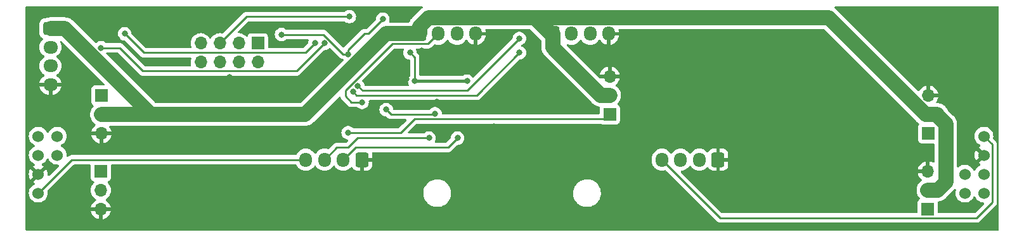
<source format=gbr>
%TF.GenerationSoftware,KiCad,Pcbnew,7.0.9*%
%TF.CreationDate,2025-01-29T17:13:48+09:00*%
%TF.ProjectId,04-RESCUE,30342d52-4553-4435-9545-2e6b69636164,rev?*%
%TF.SameCoordinates,Original*%
%TF.FileFunction,Copper,L1,Top*%
%TF.FilePolarity,Positive*%
%FSLAX46Y46*%
G04 Gerber Fmt 4.6, Leading zero omitted, Abs format (unit mm)*
G04 Created by KiCad (PCBNEW 7.0.9) date 2025-01-29 17:13:48*
%MOMM*%
%LPD*%
G01*
G04 APERTURE LIST*
G04 Aperture macros list*
%AMRoundRect*
0 Rectangle with rounded corners*
0 $1 Rounding radius*
0 $2 $3 $4 $5 $6 $7 $8 $9 X,Y pos of 4 corners*
0 Add a 4 corners polygon primitive as box body*
4,1,4,$2,$3,$4,$5,$6,$7,$8,$9,$2,$3,0*
0 Add four circle primitives for the rounded corners*
1,1,$1+$1,$2,$3*
1,1,$1+$1,$4,$5*
1,1,$1+$1,$6,$7*
1,1,$1+$1,$8,$9*
0 Add four rect primitives between the rounded corners*
20,1,$1+$1,$2,$3,$4,$5,0*
20,1,$1+$1,$4,$5,$6,$7,0*
20,1,$1+$1,$6,$7,$8,$9,0*
20,1,$1+$1,$8,$9,$2,$3,0*%
G04 Aperture macros list end*
%TA.AperFunction,ComponentPad*%
%ADD10R,1.700000X1.700000*%
%TD*%
%TA.AperFunction,ComponentPad*%
%ADD11O,1.700000X1.700000*%
%TD*%
%TA.AperFunction,ComponentPad*%
%ADD12RoundRect,0.250000X-0.600000X-0.725000X0.600000X-0.725000X0.600000X0.725000X-0.600000X0.725000X0*%
%TD*%
%TA.AperFunction,ComponentPad*%
%ADD13O,1.700000X1.950000*%
%TD*%
%TA.AperFunction,ComponentPad*%
%ADD14RoundRect,0.250000X-0.725000X0.600000X-0.725000X-0.600000X0.725000X-0.600000X0.725000X0.600000X0*%
%TD*%
%TA.AperFunction,ComponentPad*%
%ADD15O,1.950000X1.700000*%
%TD*%
%TA.AperFunction,ComponentPad*%
%ADD16RoundRect,0.250000X0.600000X0.725000X-0.600000X0.725000X-0.600000X-0.725000X0.600000X-0.725000X0*%
%TD*%
%TA.AperFunction,ComponentPad*%
%ADD17C,1.524000*%
%TD*%
%TA.AperFunction,ViaPad*%
%ADD18C,0.800000*%
%TD*%
%TA.AperFunction,Conductor*%
%ADD19C,0.250000*%
%TD*%
%TA.AperFunction,Conductor*%
%ADD20C,2.000000*%
%TD*%
%TA.AperFunction,Conductor*%
%ADD21C,0.400000*%
%TD*%
G04 APERTURE END LIST*
D10*
%TO.P,M4,1,PWM*%
%TO.N,ServoArmRight*%
X155505000Y-97140000D03*
D11*
%TO.P,M4,2,+*%
%TO.N,+5V*%
X155505000Y-94600000D03*
%TO.P,M4,3,-*%
%TO.N,GND*%
X155505000Y-92060000D03*
%TD*%
D12*
%TO.P,J2,1,Pin_1*%
%TO.N,+5V*%
X87630000Y-73660000D03*
D13*
%TO.P,J2,2,Pin_2*%
%TO.N,UART2_RX*%
X90130000Y-73660000D03*
%TO.P,J2,3,Pin_3*%
%TO.N,UART2_TX*%
X92630000Y-73660000D03*
%TO.P,J2,4,Pin_4*%
%TO.N,GND*%
X95130000Y-73660000D03*
%TD*%
D12*
%TO.P,J6,1,Pin_1*%
%TO.N,+5V*%
X105410000Y-73660000D03*
D13*
%TO.P,J6,2,Pin_2*%
%TO.N,UART3_RX*%
X107910000Y-73660000D03*
%TO.P,J6,3,Pin_3*%
%TO.N,UART3_TX*%
X110410000Y-73660000D03*
%TO.P,J6,4,Pin_4*%
%TO.N,GND*%
X112910000Y-73660000D03*
%TD*%
D10*
%TO.P,M5,1,PWM*%
%TO.N,ServoHandLeft*%
X45155000Y-81930000D03*
D11*
%TO.P,M5,2,+*%
%TO.N,+5V*%
X45155000Y-84470000D03*
%TO.P,M5,3,-*%
%TO.N,GND*%
X45155000Y-87010000D03*
%TD*%
D10*
%TO.P,M3,1,PWM*%
%TO.N,ServoArmLeft*%
X45085000Y-92075000D03*
D11*
%TO.P,M3,2,+*%
%TO.N,+5V*%
X45085000Y-94615000D03*
%TO.P,M3,3,-*%
%TO.N,GND*%
X45085000Y-97155000D03*
%TD*%
D14*
%TO.P,J1,1,Pin_1*%
%TO.N,+5V*%
X38354000Y-72958000D03*
D15*
%TO.P,J1,2,Pin_2*%
%TO.N,UART4_TX*%
X38354000Y-75458000D03*
%TO.P,J1,3,Pin_3*%
%TO.N,UART4_RX*%
X38354000Y-77958000D03*
%TO.P,J1,4,Pin_4*%
%TO.N,GND*%
X38354000Y-80458000D03*
%TD*%
D10*
%TO.P,M6,1,PWM*%
%TO.N,ServoHandRight*%
X155575000Y-86995000D03*
D11*
%TO.P,M6,2,+*%
%TO.N,+5V*%
X155575000Y-84455000D03*
%TO.P,M6,3,-*%
%TO.N,GND*%
X155575000Y-81915000D03*
%TD*%
D16*
%TO.P,J5,1,Pin_1*%
%TO.N,GND*%
X79950000Y-90530000D03*
D13*
%TO.P,J5,2,Pin_2*%
%TO.N,Net-(J5-Pin_2)*%
X77450000Y-90530000D03*
%TO.P,J5,3,Pin_3*%
%TO.N,Net-(J5-Pin_3)*%
X74950000Y-90530000D03*
%TO.P,J5,4,Pin_4*%
%TO.N,+3V3*%
X72450000Y-90530000D03*
%TD*%
D17*
%TO.P,U2,1,3V3*%
%TO.N,+3V3*%
X163000000Y-87380000D03*
%TO.P,U2,2,GND*%
%TO.N,GND*%
X163000000Y-89920000D03*
%TO.P,U2,3,SCL*%
%TO.N,SCL*%
X163000000Y-92460000D03*
%TO.P,U2,4,SDA*%
%TO.N,SDA*%
X163000000Y-95000000D03*
%TO.P,U2,5,XSHUT*%
%TO.N,XSHUT1*%
X160460000Y-92460000D03*
%TO.P,U2,6,GPIO*%
%TO.N,unconnected-(U2-GPIO-Pad6)*%
X160460000Y-95000000D03*
%TD*%
D16*
%TO.P,J3,1,Pin_1*%
%TO.N,GND*%
X127500000Y-90530000D03*
D13*
%TO.P,J3,2,Pin_2*%
%TO.N,Net-(J3-Pin_2)*%
X125000000Y-90530000D03*
%TO.P,J3,3,Pin_3*%
%TO.N,Net-(J3-Pin_3)*%
X122500000Y-90530000D03*
%TO.P,J3,4,Pin_4*%
%TO.N,+3V3*%
X120000000Y-90530000D03*
%TD*%
D10*
%TO.P,M1,1,PWM*%
%TO.N,ServoBasket*%
X113030000Y-84440000D03*
D11*
%TO.P,M1,2,+*%
%TO.N,+5V*%
X113030000Y-81900000D03*
%TO.P,M1,3,-*%
%TO.N,GND*%
X113030000Y-79360000D03*
%TD*%
D17*
%TO.P,U3,1,3V3*%
%TO.N,+3V3*%
X36730000Y-95000000D03*
%TO.P,U3,2,GND*%
%TO.N,GND*%
X36730000Y-92460000D03*
%TO.P,U3,3,SCL*%
%TO.N,SCL*%
X36730000Y-89920000D03*
%TO.P,U3,4,SDA*%
%TO.N,SDA*%
X36730000Y-87380000D03*
%TO.P,U3,5,XSHUT*%
%TO.N,XSHUT2*%
X39270000Y-89920000D03*
%TO.P,U3,6,GPIO*%
%TO.N,unconnected-(U3-GPIO-Pad6)*%
X39270000Y-87380000D03*
%TD*%
D10*
%TO.P,J4,1,Pin_1*%
%TO.N,unconnected-(J4-Pin_1-Pad1)*%
X66040000Y-74930000D03*
D11*
%TO.P,J4,2,Pin_2*%
%TO.N,UART1_RX*%
X66040000Y-77470000D03*
%TO.P,J4,3,Pin_3*%
%TO.N,NRST*%
X63500000Y-74930000D03*
%TO.P,J4,4,Pin_4*%
%TO.N,UART1_TX*%
X63500000Y-77470000D03*
%TO.P,J4,5,Pin_5*%
%TO.N,BOOT0*%
X60960000Y-74930000D03*
%TO.P,J4,6,Pin_6*%
%TO.N,GND*%
X60960000Y-77470000D03*
%TO.P,J4,7,Pin_7*%
%TO.N,unconnected-(J4-Pin_7-Pad7)*%
X58420000Y-74930000D03*
%TO.P,J4,8,Pin_8*%
%TO.N,+3V3*%
X58420000Y-77470000D03*
%TD*%
D18*
%TO.N,GND*%
X153200000Y-79600000D03*
X158900000Y-83800000D03*
X160900000Y-89400000D03*
X146000000Y-79600000D03*
X157300000Y-97200000D03*
X161700000Y-96500000D03*
X153200000Y-95700000D03*
X153500000Y-85900000D03*
X151500000Y-84400000D03*
X153600000Y-71000000D03*
X164100000Y-82100000D03*
X163600000Y-71300000D03*
X85090000Y-71374000D03*
X121158000Y-88646000D03*
X59436000Y-81788000D03*
X50292000Y-70866000D03*
X91440000Y-84074000D03*
X91440000Y-75184000D03*
X100330000Y-83312000D03*
X114046000Y-95758000D03*
X49276000Y-89408000D03*
X56642000Y-74930000D03*
X35814000Y-85090000D03*
X124460000Y-93218000D03*
X59436000Y-79756000D03*
X78232000Y-98552000D03*
X89916000Y-82804000D03*
X70612000Y-91948000D03*
X79502000Y-71120000D03*
X109474000Y-76454000D03*
X76962000Y-87630000D03*
X107696000Y-81026000D03*
X51054000Y-80772000D03*
X54610000Y-77470000D03*
X121158000Y-93472000D03*
X87884000Y-75946000D03*
X62738000Y-89408000D03*
X123444000Y-96012000D03*
X84582000Y-85598000D03*
X49276000Y-91948000D03*
X82296000Y-84836000D03*
X113538000Y-86360000D03*
X102616000Y-73914000D03*
X67818000Y-75184000D03*
X42164000Y-93472000D03*
X45212000Y-89408000D03*
X49276000Y-86614000D03*
X43434000Y-85852000D03*
X48514000Y-95250000D03*
X164338000Y-99314000D03*
X100584000Y-88900000D03*
X43180000Y-78740000D03*
X39878000Y-93726000D03*
X40132000Y-76708000D03*
X40132000Y-79248000D03*
X101854000Y-86360000D03*
X62230000Y-79502000D03*
X47244000Y-74422000D03*
X43300000Y-72900000D03*
X42250000Y-89300000D03*
X48514000Y-98044000D03*
X40894000Y-99314000D03*
X108712000Y-86614000D03*
X158800000Y-99400000D03*
X85852000Y-79756000D03*
X87630000Y-90170000D03*
X97536000Y-86106000D03*
X73406000Y-88138000D03*
X66548000Y-82550000D03*
X63754000Y-86614000D03*
X90678000Y-78740000D03*
X101600000Y-80772000D03*
X85598000Y-77470000D03*
X91440000Y-87122000D03*
X70612000Y-89408000D03*
X95250000Y-83058000D03*
X36068000Y-70866000D03*
X35814000Y-99314000D03*
X110998000Y-83820000D03*
X116586000Y-73660000D03*
X160800000Y-83000000D03*
X99568000Y-80772000D03*
X155448000Y-89000000D03*
X93980000Y-78232000D03*
X38150000Y-91250000D03*
X43180000Y-95250000D03*
X125984000Y-98552000D03*
X59436000Y-86614000D03*
X114046000Y-91948000D03*
X95250000Y-94234000D03*
%TO.N,+3V3*%
X86360000Y-76200000D03*
X82738029Y-71683100D03*
X93980000Y-80010000D03*
X78105000Y-76379500D03*
X86995000Y-80010000D03*
X69215000Y-73749500D03*
%TO.N,UART4_TX*%
X73660000Y-74930000D03*
X48260000Y-73660000D03*
%TO.N,UART4_RX*%
X45118518Y-75531482D03*
X74930000Y-74930000D03*
%TO.N,UART2_RX*%
X79961004Y-82852996D03*
%TO.N,UART2_TX*%
X89711736Y-84365500D03*
X83185000Y-83820000D03*
%TO.N,BOOT0*%
X78255049Y-71359549D03*
%TO.N,Net-(J5-Pin_2)*%
X92710000Y-87630000D03*
%TO.N,Net-(J5-Pin_3)*%
X88900000Y-87630000D03*
%TO.N,UART3_RX*%
X79375000Y-80645000D03*
X100965000Y-74295000D03*
%TO.N,UART3_TX*%
X78739109Y-81416134D03*
X100965000Y-76200000D03*
%TO.N,ServoBasket*%
X78105000Y-86905500D03*
%TD*%
D19*
%TO.N,SDA*%
X162600000Y-95000000D02*
X163000000Y-95000000D01*
D20*
%TO.N,+5V*%
X157900000Y-93500000D02*
X156800000Y-94600000D01*
X157900000Y-85745000D02*
X157900000Y-93500000D01*
X156800000Y-94600000D02*
X155505000Y-94600000D01*
X156777081Y-84455000D02*
X156777081Y-84622081D01*
X155575000Y-84455000D02*
X156777081Y-84455000D01*
X156777081Y-84622081D02*
X157900000Y-85745000D01*
X103000000Y-71485000D02*
X142245862Y-71485000D01*
X38354000Y-72958000D02*
X40283000Y-72958000D01*
X87630000Y-73660000D02*
X87630000Y-72685000D01*
X51795000Y-84470000D02*
X56000000Y-84470000D01*
X87630000Y-73660000D02*
X83185000Y-73660000D01*
X87630000Y-72685000D02*
X88830000Y-71485000D01*
X56000000Y-84470000D02*
X45155000Y-84470000D01*
X105410000Y-75482081D02*
X105410000Y-73660000D01*
X155215862Y-84455000D02*
X155575000Y-84455000D01*
X83185000Y-73660000D02*
X72375000Y-84470000D01*
X40283000Y-72958000D02*
X51795000Y-84470000D01*
X142245862Y-71485000D02*
X155215862Y-84455000D01*
X105175000Y-73660000D02*
X103000000Y-71485000D01*
X72375000Y-84470000D02*
X56000000Y-84470000D01*
X111827919Y-81900000D02*
X105410000Y-75482081D01*
X88830000Y-71485000D02*
X103000000Y-71485000D01*
X113030000Y-81900000D02*
X111827919Y-81900000D01*
X105410000Y-73660000D02*
X105175000Y-73660000D01*
D19*
%TO.N,+3V3*%
X80772000Y-73649129D02*
X80274871Y-73649129D01*
X36730000Y-95000000D02*
X41200000Y-90530000D01*
X163000000Y-87380000D02*
X164087000Y-88467000D01*
X127785000Y-98315000D02*
X120000000Y-90530000D01*
X164087000Y-88467000D02*
X164087000Y-96263000D01*
X82738029Y-71683100D02*
X80772000Y-73649129D01*
X78105000Y-75819000D02*
X78105000Y-76379500D01*
X77404805Y-76379500D02*
X74774805Y-73749500D01*
X74774805Y-73749500D02*
X69215000Y-73749500D01*
X86995000Y-76835000D02*
X86995000Y-80010000D01*
X86360000Y-76200000D02*
X86995000Y-76835000D01*
X78105000Y-76379500D02*
X77404805Y-76379500D01*
X164087000Y-96263000D02*
X162035000Y-98315000D01*
X162035000Y-98315000D02*
X127785000Y-98315000D01*
D21*
X93980000Y-80010000D02*
X86995000Y-80010000D01*
D19*
X80274871Y-73649129D02*
X78105000Y-75819000D01*
X41200000Y-90530000D02*
X72450000Y-90530000D01*
%TO.N,UART4_TX*%
X50800000Y-76200000D02*
X72390000Y-76200000D01*
X48260000Y-73660000D02*
X50800000Y-76200000D01*
X72390000Y-76200000D02*
X73660000Y-74930000D01*
%TO.N,UART4_RX*%
X71215000Y-78645000D02*
X74930000Y-74930000D01*
X45118518Y-75531482D02*
X47591482Y-75531482D01*
X47591482Y-75531482D02*
X50705000Y-78645000D01*
X50705000Y-78645000D02*
X71215000Y-78645000D01*
%TO.N,UART2_RX*%
X84009695Y-74985000D02*
X88805000Y-74985000D01*
X77724000Y-82042000D02*
X77724000Y-81270695D01*
X78534996Y-82852996D02*
X77724000Y-82042000D01*
X88805000Y-74985000D02*
X90130000Y-73660000D01*
X77724000Y-81270695D02*
X84009695Y-74985000D01*
X79961004Y-82852996D02*
X78534996Y-82852996D01*
%TO.N,UART2_TX*%
X89622236Y-84455000D02*
X83820000Y-84455000D01*
X83820000Y-84455000D02*
X83185000Y-83820000D01*
X89711736Y-84365500D02*
X89622236Y-84455000D01*
%TO.N,BOOT0*%
X78255049Y-71359549D02*
X64530451Y-71359549D01*
X64530451Y-71359549D02*
X60960000Y-74930000D01*
%TO.N,Net-(J5-Pin_2)*%
X79080000Y-88900000D02*
X77450000Y-90530000D01*
X92710000Y-87630000D02*
X91440000Y-88900000D01*
X91440000Y-88900000D02*
X79080000Y-88900000D01*
%TO.N,Net-(J5-Pin_3)*%
X78105000Y-88900000D02*
X76580000Y-88900000D01*
X88900000Y-87630000D02*
X79375000Y-87630000D01*
X79375000Y-87630000D02*
X78105000Y-88900000D01*
X76580000Y-88900000D02*
X74950000Y-90530000D01*
%TO.N,UART3_RX*%
X79375000Y-80645000D02*
X80010000Y-81280000D01*
X80010000Y-81280000D02*
X93980000Y-81280000D01*
X93980000Y-81280000D02*
X100965000Y-74295000D01*
%TO.N,UART3_TX*%
X95250000Y-81915000D02*
X100965000Y-76200000D01*
X78739109Y-81416134D02*
X79237975Y-81915000D01*
X79237975Y-81915000D02*
X95250000Y-81915000D01*
%TO.N,ServoBasket*%
X86950250Y-85090000D02*
X85134750Y-86905500D01*
X112380000Y-85090000D02*
X86950250Y-85090000D01*
X85134750Y-86905500D02*
X78105000Y-86905500D01*
X113030000Y-84440000D02*
X112380000Y-85090000D01*
%TD*%
%TA.AperFunction,Conductor*%
%TO.N,GND*%
G36*
X88006687Y-70020185D02*
G01*
X88052442Y-70072989D01*
X88062386Y-70142147D01*
X88033361Y-70205703D01*
X88003123Y-70231022D01*
X87955103Y-70259635D01*
X87934250Y-70277297D01*
X87928087Y-70281892D01*
X87905216Y-70296834D01*
X87869578Y-70329641D01*
X87836564Y-70360033D01*
X87817376Y-70376284D01*
X87812869Y-70380102D01*
X87790922Y-70402049D01*
X87722262Y-70465256D01*
X87705471Y-70486827D01*
X87700382Y-70492588D01*
X86637588Y-71555382D01*
X86631827Y-71560471D01*
X86610256Y-71577262D01*
X86547049Y-71645922D01*
X86525102Y-71667869D01*
X86525098Y-71667874D01*
X86505033Y-71691564D01*
X86474641Y-71724578D01*
X86441834Y-71760216D01*
X86426892Y-71783087D01*
X86422297Y-71789250D01*
X86404635Y-71810104D01*
X86356860Y-71890278D01*
X86305828Y-71968390D01*
X86305824Y-71968397D01*
X86294853Y-71993409D01*
X86291335Y-72000244D01*
X86277348Y-72023717D01*
X86277341Y-72023730D01*
X86255161Y-72080575D01*
X86212454Y-72135873D01*
X86146630Y-72159303D01*
X86139644Y-72159500D01*
X83700751Y-72159500D01*
X83633712Y-72139815D01*
X83587957Y-72087011D01*
X83578013Y-72017853D01*
X83582820Y-71997182D01*
X83601966Y-71938256D01*
X83623703Y-71871356D01*
X83643489Y-71683100D01*
X83623703Y-71494844D01*
X83565208Y-71314816D01*
X83470562Y-71150884D01*
X83343900Y-71010212D01*
X83317822Y-70991265D01*
X83190763Y-70898951D01*
X83190758Y-70898948D01*
X83017836Y-70821957D01*
X83017831Y-70821955D01*
X82872030Y-70790965D01*
X82832675Y-70782600D01*
X82643383Y-70782600D01*
X82610926Y-70789498D01*
X82458226Y-70821955D01*
X82458221Y-70821957D01*
X82285299Y-70898948D01*
X82285294Y-70898951D01*
X82132158Y-71010211D01*
X82005495Y-71150885D01*
X81910850Y-71314815D01*
X81910847Y-71314822D01*
X81852356Y-71494840D01*
X81852355Y-71494844D01*
X81834708Y-71662749D01*
X81808123Y-71727363D01*
X81799068Y-71737468D01*
X80549228Y-72987310D01*
X80487905Y-73020795D01*
X80461547Y-73023629D01*
X80357614Y-73023629D01*
X80341993Y-73021904D01*
X80341967Y-73022190D01*
X80334205Y-73021456D01*
X80334204Y-73021456D01*
X80265057Y-73023629D01*
X80235520Y-73023629D01*
X80228637Y-73024498D01*
X80222820Y-73024955D01*
X80176244Y-73026419D01*
X80157000Y-73032010D01*
X80137950Y-73035954D01*
X80118082Y-73038463D01*
X80074755Y-73055617D01*
X80069229Y-73057508D01*
X80024485Y-73070508D01*
X80024481Y-73070510D01*
X80007237Y-73080708D01*
X79989776Y-73089262D01*
X79971145Y-73096639D01*
X79971133Y-73096646D01*
X79933441Y-73124031D01*
X79928558Y-73127238D01*
X79888451Y-73150958D01*
X79874285Y-73165124D01*
X79859495Y-73177756D01*
X79843285Y-73189533D01*
X79843282Y-73189536D01*
X79813581Y-73225438D01*
X79809648Y-73229760D01*
X77721208Y-75318199D01*
X77708951Y-75328020D01*
X77709134Y-75328241D01*
X77703123Y-75333213D01*
X77655772Y-75383636D01*
X77634889Y-75404519D01*
X77634877Y-75404532D01*
X77630621Y-75410017D01*
X77626837Y-75414447D01*
X77594938Y-75448418D01*
X77590559Y-75456383D01*
X77541011Y-75505645D01*
X77472695Y-75520299D01*
X77407302Y-75495693D01*
X77394218Y-75484322D01*
X75275608Y-73365712D01*
X75265785Y-73353450D01*
X75265564Y-73353634D01*
X75260591Y-73347623D01*
X75258588Y-73345742D01*
X75210169Y-73300273D01*
X75199724Y-73289828D01*
X75189280Y-73279383D01*
X75183791Y-73275125D01*
X75179366Y-73271347D01*
X75145387Y-73239438D01*
X75145385Y-73239436D01*
X75145382Y-73239435D01*
X75127834Y-73229788D01*
X75111568Y-73219104D01*
X75095738Y-73206825D01*
X75052973Y-73188318D01*
X75047727Y-73185748D01*
X75006898Y-73163303D01*
X75006897Y-73163302D01*
X74987498Y-73158322D01*
X74969086Y-73152018D01*
X74950703Y-73144062D01*
X74950697Y-73144060D01*
X74904679Y-73136772D01*
X74898957Y-73135587D01*
X74853826Y-73124000D01*
X74853824Y-73124000D01*
X74833789Y-73124000D01*
X74814391Y-73122473D01*
X74806967Y-73121297D01*
X74794610Y-73119340D01*
X74794609Y-73119340D01*
X74748221Y-73123725D01*
X74742383Y-73124000D01*
X69918748Y-73124000D01*
X69851709Y-73104315D01*
X69826600Y-73082974D01*
X69820873Y-73076614D01*
X69820869Y-73076610D01*
X69667734Y-72965351D01*
X69667729Y-72965348D01*
X69494807Y-72888357D01*
X69494802Y-72888355D01*
X69349001Y-72857365D01*
X69309646Y-72849000D01*
X69120354Y-72849000D01*
X69087897Y-72855898D01*
X68935197Y-72888355D01*
X68935192Y-72888357D01*
X68762270Y-72965348D01*
X68762265Y-72965351D01*
X68609129Y-73076611D01*
X68482466Y-73217285D01*
X68387821Y-73381215D01*
X68387818Y-73381222D01*
X68329327Y-73561240D01*
X68329326Y-73561244D01*
X68309540Y-73749500D01*
X68329326Y-73937756D01*
X68329327Y-73937759D01*
X68387818Y-74117777D01*
X68387821Y-74117784D01*
X68482467Y-74281716D01*
X68603401Y-74416026D01*
X68609129Y-74422388D01*
X68762265Y-74533648D01*
X68762270Y-74533651D01*
X68935192Y-74610642D01*
X68935197Y-74610644D01*
X69120354Y-74650000D01*
X69120355Y-74650000D01*
X69309644Y-74650000D01*
X69309646Y-74650000D01*
X69494803Y-74610644D01*
X69667730Y-74533651D01*
X69820871Y-74422388D01*
X69823788Y-74419147D01*
X69826600Y-74416026D01*
X69886087Y-74379379D01*
X69918748Y-74375000D01*
X72725848Y-74375000D01*
X72792887Y-74394685D01*
X72838642Y-74447489D01*
X72848586Y-74516647D01*
X72835095Y-74555622D01*
X72835462Y-74555786D01*
X72833563Y-74560050D01*
X72833234Y-74560999D01*
X72832911Y-74561558D01*
X72832819Y-74561719D01*
X72832818Y-74561722D01*
X72774327Y-74741740D01*
X72774326Y-74741744D01*
X72756679Y-74909649D01*
X72730094Y-74974263D01*
X72721039Y-74984368D01*
X72167228Y-75538181D01*
X72105905Y-75571666D01*
X72079547Y-75574500D01*
X67514500Y-75574500D01*
X67447461Y-75554815D01*
X67401706Y-75502011D01*
X67390500Y-75450500D01*
X67390499Y-74032129D01*
X67390498Y-74032123D01*
X67390085Y-74028284D01*
X67384091Y-73972517D01*
X67382810Y-73969083D01*
X67333797Y-73837671D01*
X67333793Y-73837664D01*
X67247547Y-73722455D01*
X67247544Y-73722452D01*
X67132335Y-73636206D01*
X67132328Y-73636202D01*
X66997482Y-73585908D01*
X66997483Y-73585908D01*
X66937883Y-73579501D01*
X66937881Y-73579500D01*
X66937873Y-73579500D01*
X66937864Y-73579500D01*
X65142129Y-73579500D01*
X65142123Y-73579501D01*
X65082516Y-73585908D01*
X64947671Y-73636202D01*
X64947664Y-73636206D01*
X64832455Y-73722452D01*
X64832452Y-73722455D01*
X64746206Y-73837664D01*
X64746203Y-73837669D01*
X64697189Y-73969083D01*
X64655317Y-74025016D01*
X64589853Y-74049433D01*
X64521580Y-74034581D01*
X64493326Y-74013430D01*
X64371402Y-73891506D01*
X64371395Y-73891501D01*
X64351165Y-73877336D01*
X64325480Y-73859351D01*
X64177834Y-73755967D01*
X64177830Y-73755965D01*
X64163966Y-73749500D01*
X63963663Y-73656097D01*
X63963659Y-73656096D01*
X63963655Y-73656094D01*
X63735413Y-73594938D01*
X63735403Y-73594936D01*
X63500001Y-73574341D01*
X63499611Y-73574341D01*
X63499445Y-73574292D01*
X63494606Y-73573869D01*
X63494691Y-73572896D01*
X63432572Y-73554656D01*
X63386817Y-73501852D01*
X63376873Y-73432694D01*
X63405898Y-73369138D01*
X63411930Y-73362660D01*
X63975734Y-72798857D01*
X64753223Y-72021368D01*
X64814546Y-71987883D01*
X64840904Y-71985049D01*
X77551301Y-71985049D01*
X77618340Y-72004734D01*
X77643449Y-72026075D01*
X77649175Y-72032434D01*
X77649179Y-72032438D01*
X77802314Y-72143697D01*
X77802319Y-72143700D01*
X77975241Y-72220691D01*
X77975246Y-72220693D01*
X78160403Y-72260049D01*
X78160404Y-72260049D01*
X78349693Y-72260049D01*
X78349695Y-72260049D01*
X78534852Y-72220693D01*
X78707779Y-72143700D01*
X78860920Y-72032437D01*
X78987582Y-71891765D01*
X79082228Y-71727833D01*
X79140723Y-71547805D01*
X79160509Y-71359549D01*
X79140723Y-71171293D01*
X79082228Y-70991265D01*
X78987582Y-70827333D01*
X78860920Y-70686661D01*
X78860919Y-70686660D01*
X78707783Y-70575400D01*
X78707778Y-70575397D01*
X78534856Y-70498406D01*
X78534851Y-70498404D01*
X78389050Y-70467414D01*
X78349695Y-70459049D01*
X78160403Y-70459049D01*
X78127946Y-70465947D01*
X77975246Y-70498404D01*
X77975241Y-70498406D01*
X77802319Y-70575397D01*
X77802314Y-70575400D01*
X77649179Y-70686659D01*
X77649175Y-70686663D01*
X77643449Y-70693023D01*
X77583962Y-70729670D01*
X77551301Y-70734049D01*
X64613188Y-70734049D01*
X64597571Y-70732325D01*
X64597544Y-70732611D01*
X64589782Y-70731876D01*
X64520654Y-70734049D01*
X64491101Y-70734049D01*
X64490380Y-70734139D01*
X64484208Y-70734918D01*
X64478396Y-70735375D01*
X64431824Y-70736839D01*
X64431823Y-70736839D01*
X64412580Y-70742430D01*
X64393530Y-70746374D01*
X64373662Y-70748883D01*
X64373660Y-70748884D01*
X64330335Y-70766037D01*
X64324808Y-70767929D01*
X64280061Y-70780930D01*
X64280060Y-70780931D01*
X64262818Y-70791128D01*
X64245350Y-70799686D01*
X64226720Y-70807062D01*
X64226718Y-70807063D01*
X64189027Y-70834447D01*
X64184145Y-70837654D01*
X64144030Y-70861379D01*
X64129859Y-70875549D01*
X64115074Y-70888177D01*
X64098863Y-70899956D01*
X64069160Y-70935859D01*
X64065228Y-70940180D01*
X61415646Y-73589761D01*
X61354323Y-73623246D01*
X61295873Y-73621855D01*
X61195408Y-73594937D01*
X60960001Y-73574341D01*
X60959999Y-73574341D01*
X60724596Y-73594936D01*
X60724586Y-73594938D01*
X60496344Y-73656094D01*
X60496335Y-73656098D01*
X60282171Y-73755964D01*
X60282169Y-73755965D01*
X60088597Y-73891505D01*
X59921505Y-74058597D01*
X59791575Y-74244158D01*
X59736998Y-74287783D01*
X59667500Y-74294977D01*
X59605145Y-74263454D01*
X59588425Y-74244158D01*
X59458494Y-74058597D01*
X59291402Y-73891506D01*
X59291395Y-73891501D01*
X59271165Y-73877336D01*
X59245480Y-73859351D01*
X59097834Y-73755967D01*
X59097830Y-73755965D01*
X59083966Y-73749500D01*
X58883663Y-73656097D01*
X58883659Y-73656096D01*
X58883655Y-73656094D01*
X58655413Y-73594938D01*
X58655403Y-73594936D01*
X58420001Y-73574341D01*
X58419999Y-73574341D01*
X58184596Y-73594936D01*
X58184586Y-73594938D01*
X57956344Y-73656094D01*
X57956335Y-73656098D01*
X57742171Y-73755964D01*
X57742169Y-73755965D01*
X57548597Y-73891505D01*
X57381505Y-74058597D01*
X57245965Y-74252169D01*
X57245964Y-74252171D01*
X57167935Y-74419505D01*
X57149752Y-74458500D01*
X57146098Y-74466335D01*
X57146094Y-74466344D01*
X57084938Y-74694586D01*
X57084936Y-74694596D01*
X57064341Y-74929999D01*
X57064341Y-74930000D01*
X57084936Y-75165403D01*
X57084938Y-75165413D01*
X57146094Y-75393655D01*
X57146099Y-75393669D01*
X57148163Y-75398094D01*
X57158656Y-75467171D01*
X57130137Y-75530955D01*
X57071661Y-75569196D01*
X57035782Y-75574500D01*
X51110453Y-75574500D01*
X51043414Y-75554815D01*
X51022772Y-75538181D01*
X49198960Y-73714369D01*
X49165475Y-73653046D01*
X49163323Y-73639668D01*
X49145674Y-73471744D01*
X49087179Y-73291716D01*
X48992533Y-73127784D01*
X48865871Y-72987112D01*
X48865870Y-72987111D01*
X48712734Y-72875851D01*
X48712729Y-72875848D01*
X48539807Y-72798857D01*
X48539802Y-72798855D01*
X48394001Y-72767865D01*
X48354646Y-72759500D01*
X48165354Y-72759500D01*
X48132897Y-72766398D01*
X47980197Y-72798855D01*
X47980192Y-72798857D01*
X47807270Y-72875848D01*
X47807265Y-72875851D01*
X47654129Y-72987111D01*
X47527466Y-73127785D01*
X47432821Y-73291715D01*
X47432818Y-73291722D01*
X47386636Y-73433857D01*
X47374326Y-73471744D01*
X47354540Y-73660000D01*
X47374326Y-73848256D01*
X47374327Y-73848259D01*
X47432818Y-74028277D01*
X47432821Y-74028284D01*
X47527467Y-74192216D01*
X47622715Y-74297999D01*
X47654129Y-74332888D01*
X47807265Y-74444148D01*
X47807270Y-74444151D01*
X47980192Y-74521142D01*
X47980197Y-74521144D01*
X48165354Y-74560500D01*
X48224548Y-74560500D01*
X48291587Y-74580185D01*
X48312228Y-74596818D01*
X49306095Y-75590686D01*
X50299197Y-76583788D01*
X50309022Y-76596051D01*
X50309243Y-76595869D01*
X50314214Y-76601878D01*
X50336862Y-76623145D01*
X50364635Y-76649226D01*
X50385529Y-76670120D01*
X50391011Y-76674373D01*
X50395443Y-76678157D01*
X50429418Y-76710062D01*
X50446976Y-76719714D01*
X50463235Y-76730395D01*
X50479064Y-76742673D01*
X50521838Y-76761182D01*
X50527056Y-76763738D01*
X50567908Y-76786197D01*
X50587316Y-76791180D01*
X50605717Y-76797480D01*
X50624104Y-76805437D01*
X50667488Y-76812308D01*
X50670119Y-76812725D01*
X50675839Y-76813909D01*
X50720981Y-76825500D01*
X50741016Y-76825500D01*
X50760414Y-76827026D01*
X50780194Y-76830159D01*
X50780195Y-76830160D01*
X50780195Y-76830159D01*
X50780196Y-76830160D01*
X50826584Y-76825775D01*
X50832422Y-76825500D01*
X57035782Y-76825500D01*
X57102821Y-76845185D01*
X57148576Y-76897989D01*
X57158520Y-76967147D01*
X57148163Y-77001906D01*
X57146099Y-77006330D01*
X57146094Y-77006344D01*
X57084938Y-77234586D01*
X57084936Y-77234596D01*
X57064341Y-77469999D01*
X57064341Y-77470000D01*
X57084936Y-77705403D01*
X57084938Y-77705413D01*
X57127272Y-77863407D01*
X57125609Y-77933257D01*
X57086446Y-77991119D01*
X57022218Y-78018623D01*
X57007497Y-78019500D01*
X51015453Y-78019500D01*
X50948414Y-77999815D01*
X50927772Y-77983181D01*
X48092285Y-75147694D01*
X48082462Y-75135432D01*
X48082241Y-75135616D01*
X48077268Y-75129605D01*
X48067105Y-75120061D01*
X48026846Y-75082255D01*
X48011319Y-75066728D01*
X48005957Y-75061365D01*
X48000468Y-75057107D01*
X47996043Y-75053329D01*
X47962064Y-75021420D01*
X47962062Y-75021418D01*
X47962059Y-75021417D01*
X47944511Y-75011770D01*
X47928245Y-75001086D01*
X47912418Y-74988809D01*
X47912417Y-74988808D01*
X47912415Y-74988807D01*
X47869650Y-74970300D01*
X47864404Y-74967730D01*
X47823575Y-74945285D01*
X47823574Y-74945284D01*
X47804175Y-74940304D01*
X47785763Y-74934000D01*
X47767380Y-74926044D01*
X47767374Y-74926042D01*
X47721356Y-74918754D01*
X47715634Y-74917569D01*
X47670503Y-74905982D01*
X47670501Y-74905982D01*
X47650466Y-74905982D01*
X47631068Y-74904455D01*
X47623644Y-74903279D01*
X47611287Y-74901322D01*
X47611286Y-74901322D01*
X47564898Y-74905707D01*
X47559060Y-74905982D01*
X45822266Y-74905982D01*
X45755227Y-74886297D01*
X45730118Y-74864956D01*
X45724391Y-74858596D01*
X45724387Y-74858592D01*
X45571252Y-74747333D01*
X45571247Y-74747330D01*
X45398325Y-74670339D01*
X45398320Y-74670337D01*
X45252519Y-74639347D01*
X45213164Y-74630982D01*
X45023872Y-74630982D01*
X44991415Y-74637880D01*
X44838715Y-74670337D01*
X44838710Y-74670339D01*
X44665788Y-74747330D01*
X44665783Y-74747333D01*
X44512653Y-74858588D01*
X44512643Y-74858597D01*
X44501989Y-74870429D01*
X44442501Y-74907075D01*
X44372644Y-74905742D01*
X44322162Y-74875134D01*
X41412615Y-71965587D01*
X41407524Y-71959822D01*
X41390739Y-71938257D01*
X41322078Y-71875049D01*
X41300129Y-71853100D01*
X41276435Y-71833033D01*
X41207786Y-71769837D01*
X41207785Y-71769836D01*
X41184904Y-71754887D01*
X41178747Y-71750296D01*
X41157894Y-71732634D01*
X41077720Y-71684860D01*
X40999607Y-71633827D01*
X40999604Y-71633825D01*
X40974588Y-71622852D01*
X40967750Y-71619332D01*
X40944275Y-71605344D01*
X40857335Y-71571420D01*
X40820771Y-71555382D01*
X40771881Y-71533937D01*
X40771877Y-71533936D01*
X40771875Y-71533935D01*
X40745387Y-71527227D01*
X40738067Y-71524882D01*
X40721593Y-71518454D01*
X40712614Y-71514951D01*
X40621288Y-71495801D01*
X40617493Y-71494840D01*
X40530819Y-71472891D01*
X40503590Y-71470635D01*
X40495983Y-71469526D01*
X40475986Y-71465334D01*
X40469237Y-71463919D01*
X40469235Y-71463918D01*
X40375990Y-71460062D01*
X40345067Y-71457500D01*
X40345064Y-71457500D01*
X40314035Y-71457500D01*
X40220780Y-71453643D01*
X40220779Y-71453643D01*
X40193652Y-71457024D01*
X40185981Y-71457500D01*
X38291933Y-71457500D01*
X38272521Y-71459108D01*
X38106186Y-71472890D01*
X38106175Y-71472892D01*
X37865120Y-71533936D01*
X37865116Y-71533938D01*
X37721218Y-71597056D01*
X37671410Y-71607500D01*
X37578999Y-71607500D01*
X37578980Y-71607501D01*
X37476203Y-71618000D01*
X37476200Y-71618001D01*
X37309668Y-71673185D01*
X37309663Y-71673187D01*
X37160342Y-71765289D01*
X37036289Y-71889342D01*
X36944187Y-72038663D01*
X36944185Y-72038668D01*
X36930299Y-72080575D01*
X36889001Y-72205203D01*
X36889001Y-72205204D01*
X36889000Y-72205204D01*
X36878500Y-72307983D01*
X36878500Y-72673568D01*
X36876809Y-72693976D01*
X36853500Y-72833665D01*
X36853500Y-73082335D01*
X36865774Y-73155895D01*
X36876809Y-73222025D01*
X36878500Y-73242434D01*
X36878500Y-73608001D01*
X36878501Y-73608019D01*
X36889000Y-73710796D01*
X36889001Y-73710799D01*
X36931042Y-73837669D01*
X36944186Y-73877334D01*
X37035276Y-74025016D01*
X37036289Y-74026657D01*
X37160344Y-74150712D01*
X37315120Y-74246178D01*
X37361845Y-74298126D01*
X37373068Y-74367088D01*
X37345224Y-74431171D01*
X37337706Y-74439398D01*
X37190501Y-74586603D01*
X37190501Y-74586604D01*
X37054967Y-74780165D01*
X37054965Y-74780169D01*
X36955098Y-74994335D01*
X36955094Y-74994344D01*
X36893938Y-75222586D01*
X36893936Y-75222596D01*
X36873341Y-75457999D01*
X36873341Y-75458000D01*
X36893936Y-75693403D01*
X36893938Y-75693413D01*
X36955094Y-75921655D01*
X36955096Y-75921659D01*
X36955097Y-75921663D01*
X36978083Y-75970956D01*
X37054964Y-76135828D01*
X37054965Y-76135830D01*
X37190505Y-76329402D01*
X37357597Y-76496494D01*
X37514595Y-76606425D01*
X37558220Y-76661002D01*
X37565414Y-76730500D01*
X37533891Y-76792855D01*
X37514595Y-76809575D01*
X37357597Y-76919505D01*
X37190506Y-77086597D01*
X37190501Y-77086604D01*
X37054967Y-77280165D01*
X37054965Y-77280169D01*
X36955098Y-77494335D01*
X36955094Y-77494344D01*
X36893938Y-77722586D01*
X36893936Y-77722596D01*
X36873341Y-77957999D01*
X36873341Y-77958000D01*
X36893936Y-78193403D01*
X36893938Y-78193413D01*
X36955094Y-78421655D01*
X36955096Y-78421659D01*
X36955097Y-78421663D01*
X37005031Y-78528746D01*
X37054964Y-78635828D01*
X37054965Y-78635830D01*
X37190505Y-78829402D01*
X37357597Y-78996494D01*
X37515031Y-79106730D01*
X37558656Y-79161307D01*
X37565850Y-79230805D01*
X37534327Y-79293160D01*
X37515032Y-79309880D01*
X37357922Y-79419890D01*
X37357920Y-79419891D01*
X37190894Y-79586917D01*
X37055399Y-79780421D01*
X36955570Y-79994507D01*
X36955567Y-79994513D01*
X36898364Y-80207999D01*
X36898364Y-80208000D01*
X37950031Y-80208000D01*
X37917481Y-80258649D01*
X37879000Y-80389705D01*
X37879000Y-80526295D01*
X37917481Y-80657351D01*
X37950031Y-80708000D01*
X36898364Y-80708000D01*
X36955567Y-80921486D01*
X36955570Y-80921492D01*
X37055399Y-81135577D01*
X37055400Y-81135579D01*
X37190886Y-81329073D01*
X37190891Y-81329079D01*
X37357920Y-81496108D01*
X37357926Y-81496113D01*
X37551420Y-81631599D01*
X37551422Y-81631600D01*
X37765507Y-81731429D01*
X37765516Y-81731433D01*
X37993678Y-81792568D01*
X38104000Y-81802219D01*
X38104000Y-80866018D01*
X38218801Y-80918446D01*
X38320025Y-80933000D01*
X38387975Y-80933000D01*
X38489199Y-80918446D01*
X38604000Y-80866018D01*
X38604000Y-81802219D01*
X38714320Y-81792568D01*
X38714323Y-81792568D01*
X38942483Y-81731433D01*
X38942492Y-81731429D01*
X39156577Y-81631600D01*
X39156579Y-81631599D01*
X39350073Y-81496113D01*
X39350079Y-81496108D01*
X39517105Y-81329082D01*
X39652600Y-81135578D01*
X39752429Y-80921492D01*
X39752432Y-80921486D01*
X39809636Y-80708000D01*
X38757969Y-80708000D01*
X38790519Y-80657351D01*
X38829000Y-80526295D01*
X38829000Y-80389705D01*
X38790519Y-80258649D01*
X38757969Y-80208000D01*
X39809636Y-80208000D01*
X39809635Y-80207999D01*
X39752432Y-79994513D01*
X39752429Y-79994507D01*
X39652600Y-79780422D01*
X39652599Y-79780420D01*
X39517113Y-79586926D01*
X39517108Y-79586920D01*
X39350079Y-79419891D01*
X39350073Y-79419886D01*
X39192967Y-79309880D01*
X39149342Y-79255303D01*
X39142148Y-79185805D01*
X39173671Y-79123450D01*
X39192960Y-79106735D01*
X39350401Y-78996495D01*
X39517495Y-78829401D01*
X39653035Y-78635830D01*
X39752903Y-78421663D01*
X39814063Y-78193408D01*
X39834659Y-77958000D01*
X39814063Y-77722592D01*
X39752903Y-77494337D01*
X39653035Y-77280171D01*
X39653034Y-77280169D01*
X39517494Y-77086597D01*
X39350403Y-76919506D01*
X39259219Y-76855659D01*
X39193401Y-76809573D01*
X39149778Y-76754999D01*
X39142584Y-76685500D01*
X39174106Y-76623145D01*
X39193398Y-76606428D01*
X39350401Y-76496495D01*
X39517495Y-76329401D01*
X39653035Y-76135830D01*
X39752903Y-75921663D01*
X39814063Y-75693408D01*
X39834659Y-75458000D01*
X39814063Y-75222592D01*
X39752903Y-74994337D01*
X39661807Y-74798984D01*
X39651316Y-74729908D01*
X39679836Y-74666124D01*
X39738312Y-74627884D01*
X39808180Y-74627329D01*
X39861871Y-74658899D01*
X45570791Y-80367819D01*
X45604276Y-80429142D01*
X45599292Y-80498834D01*
X45557420Y-80554767D01*
X45491956Y-80579184D01*
X45483110Y-80579500D01*
X44257129Y-80579500D01*
X44257123Y-80579501D01*
X44197516Y-80585908D01*
X44062671Y-80636202D01*
X44062664Y-80636206D01*
X43947455Y-80722452D01*
X43947452Y-80722455D01*
X43861206Y-80837664D01*
X43861202Y-80837671D01*
X43810908Y-80972517D01*
X43804501Y-81032116D01*
X43804500Y-81032135D01*
X43804500Y-82827870D01*
X43804501Y-82827876D01*
X43810908Y-82887483D01*
X43861202Y-83022328D01*
X43861206Y-83022335D01*
X43947452Y-83137544D01*
X43947455Y-83137547D01*
X44069769Y-83229112D01*
X44067620Y-83231982D01*
X44104944Y-83269250D01*
X44119848Y-83337512D01*
X44095480Y-83402995D01*
X44080142Y-83419987D01*
X44047262Y-83450256D01*
X43894524Y-83646493D01*
X43776172Y-83865188D01*
X43776169Y-83865197D01*
X43695429Y-84100383D01*
X43655362Y-84340500D01*
X43654500Y-84345665D01*
X43654500Y-84594335D01*
X43658862Y-84620475D01*
X43695429Y-84839616D01*
X43776169Y-85074802D01*
X43776172Y-85074811D01*
X43893807Y-85292181D01*
X43894526Y-85293509D01*
X44047262Y-85489744D01*
X44161564Y-85594966D01*
X44230217Y-85658166D01*
X44336333Y-85727494D01*
X44381690Y-85780640D01*
X44391114Y-85849871D01*
X44361612Y-85913207D01*
X44339637Y-85932877D01*
X44283924Y-85971888D01*
X44283920Y-85971891D01*
X44116891Y-86138920D01*
X44116886Y-86138926D01*
X43981400Y-86332420D01*
X43981399Y-86332422D01*
X43881570Y-86546507D01*
X43881567Y-86546513D01*
X43824364Y-86759999D01*
X43824364Y-86760000D01*
X44721314Y-86760000D01*
X44695507Y-86800156D01*
X44655000Y-86938111D01*
X44655000Y-87081889D01*
X44695507Y-87219844D01*
X44721314Y-87260000D01*
X43824364Y-87260000D01*
X43881567Y-87473486D01*
X43881570Y-87473492D01*
X43981399Y-87687578D01*
X44116894Y-87881082D01*
X44283917Y-88048105D01*
X44477421Y-88183600D01*
X44691507Y-88283429D01*
X44691516Y-88283433D01*
X44905000Y-88340634D01*
X44905000Y-87445501D01*
X45012685Y-87494680D01*
X45119237Y-87510000D01*
X45190763Y-87510000D01*
X45297315Y-87494680D01*
X45405000Y-87445501D01*
X45405000Y-88340633D01*
X45618483Y-88283433D01*
X45618492Y-88283429D01*
X45832578Y-88183600D01*
X46026082Y-88048105D01*
X46193105Y-87881082D01*
X46328600Y-87687578D01*
X46428429Y-87473492D01*
X46428432Y-87473486D01*
X46485636Y-87260000D01*
X45588686Y-87260000D01*
X45614493Y-87219844D01*
X45655000Y-87081889D01*
X45655000Y-86938111D01*
X45614493Y-86800156D01*
X45588686Y-86760000D01*
X46485636Y-86760000D01*
X46485635Y-86759999D01*
X46428432Y-86546513D01*
X46428429Y-86546507D01*
X46328600Y-86332422D01*
X46328599Y-86332420D01*
X46211807Y-86165623D01*
X46189480Y-86099417D01*
X46206490Y-86031650D01*
X46257438Y-85983837D01*
X46313382Y-85970500D01*
X51732933Y-85970500D01*
X51763965Y-85970500D01*
X51857221Y-85974357D01*
X51884347Y-85970975D01*
X51892019Y-85970500D01*
X55937933Y-85970500D01*
X72277981Y-85970500D01*
X72285652Y-85970975D01*
X72312779Y-85974357D01*
X72406035Y-85970500D01*
X72437067Y-85970500D01*
X72467990Y-85967937D01*
X72561237Y-85964081D01*
X72587982Y-85958472D01*
X72595582Y-85957364D01*
X72622821Y-85955108D01*
X72622824Y-85955107D01*
X72622826Y-85955107D01*
X72622829Y-85955106D01*
X72713288Y-85932198D01*
X72804614Y-85913049D01*
X72830077Y-85903112D01*
X72837374Y-85900774D01*
X72863881Y-85894063D01*
X72949335Y-85856579D01*
X73036274Y-85822656D01*
X73059761Y-85808659D01*
X73066581Y-85805149D01*
X73091607Y-85794173D01*
X73169720Y-85743139D01*
X73249894Y-85695366D01*
X73270754Y-85677697D01*
X73276894Y-85673117D01*
X73299785Y-85658164D01*
X73368435Y-85594966D01*
X73392126Y-85574902D01*
X73414078Y-85552949D01*
X73482738Y-85489744D01*
X73499530Y-85468167D01*
X73504604Y-85462422D01*
X76891623Y-82075403D01*
X76952944Y-82041920D01*
X77022636Y-82046904D01*
X77078569Y-82088776D01*
X77097512Y-82133598D01*
X77099114Y-82133133D01*
X77101290Y-82140625D01*
X77101291Y-82140627D01*
X77106880Y-82159867D01*
X77110824Y-82178911D01*
X77113336Y-82198791D01*
X77130490Y-82242119D01*
X77132382Y-82247647D01*
X77145381Y-82292388D01*
X77155580Y-82309634D01*
X77164138Y-82327103D01*
X77171514Y-82345732D01*
X77198898Y-82383423D01*
X77202106Y-82388307D01*
X77225827Y-82428416D01*
X77225833Y-82428424D01*
X77239990Y-82442580D01*
X77252627Y-82457375D01*
X77264406Y-82473587D01*
X77288618Y-82493617D01*
X77300309Y-82503288D01*
X77304620Y-82507210D01*
X77679421Y-82882011D01*
X78034190Y-83236780D01*
X78044015Y-83249044D01*
X78044236Y-83248862D01*
X78049206Y-83254869D01*
X78049209Y-83254872D01*
X78049210Y-83254873D01*
X78099647Y-83302237D01*
X78120526Y-83323116D01*
X78126000Y-83327362D01*
X78130438Y-83331152D01*
X78164414Y-83363058D01*
X78164418Y-83363060D01*
X78181969Y-83372709D01*
X78198227Y-83383388D01*
X78214060Y-83395670D01*
X78230988Y-83402995D01*
X78256833Y-83414179D01*
X78262077Y-83416748D01*
X78302904Y-83439193D01*
X78322308Y-83444175D01*
X78340706Y-83450474D01*
X78359101Y-83458434D01*
X78405125Y-83465722D01*
X78410828Y-83466903D01*
X78455977Y-83478496D01*
X78476012Y-83478496D01*
X78495409Y-83480022D01*
X78515192Y-83483156D01*
X78561580Y-83478771D01*
X78567418Y-83478496D01*
X79257256Y-83478496D01*
X79324295Y-83498181D01*
X79349404Y-83519522D01*
X79355130Y-83525881D01*
X79355134Y-83525885D01*
X79508269Y-83637144D01*
X79508274Y-83637147D01*
X79681196Y-83714138D01*
X79681201Y-83714140D01*
X79866358Y-83753496D01*
X79866359Y-83753496D01*
X80055648Y-83753496D01*
X80055650Y-83753496D01*
X80240807Y-83714140D01*
X80413734Y-83637147D01*
X80566875Y-83525884D01*
X80693537Y-83385212D01*
X80788183Y-83221280D01*
X80846678Y-83041252D01*
X80866464Y-82852996D01*
X80848014Y-82677458D01*
X80860583Y-82608732D01*
X80908315Y-82557708D01*
X80971335Y-82540500D01*
X95167257Y-82540500D01*
X95182877Y-82542224D01*
X95182904Y-82541939D01*
X95190660Y-82542671D01*
X95190667Y-82542673D01*
X95259814Y-82540500D01*
X95289350Y-82540500D01*
X95296228Y-82539630D01*
X95302041Y-82539172D01*
X95348627Y-82537709D01*
X95367869Y-82532117D01*
X95386912Y-82528174D01*
X95406792Y-82525664D01*
X95450122Y-82508507D01*
X95455646Y-82506617D01*
X95461893Y-82504802D01*
X95500390Y-82493618D01*
X95517629Y-82483422D01*
X95535103Y-82474862D01*
X95553727Y-82467488D01*
X95553727Y-82467487D01*
X95553732Y-82467486D01*
X95591449Y-82440082D01*
X95596305Y-82436892D01*
X95636420Y-82413170D01*
X95650589Y-82398999D01*
X95665379Y-82386368D01*
X95681587Y-82374594D01*
X95711299Y-82338676D01*
X95715212Y-82334376D01*
X100912771Y-77136819D01*
X100974094Y-77103334D01*
X101000452Y-77100500D01*
X101059644Y-77100500D01*
X101059646Y-77100500D01*
X101244803Y-77061144D01*
X101417730Y-76984151D01*
X101570871Y-76872888D01*
X101697533Y-76732216D01*
X101792179Y-76568284D01*
X101850674Y-76388256D01*
X101870460Y-76200000D01*
X101850674Y-76011744D01*
X101792179Y-75831716D01*
X101697533Y-75667784D01*
X101570871Y-75527112D01*
X101561494Y-75520299D01*
X101417734Y-75415851D01*
X101417729Y-75415848D01*
X101294043Y-75360779D01*
X101240806Y-75315529D01*
X101220485Y-75248680D01*
X101239531Y-75181456D01*
X101291897Y-75135201D01*
X101294043Y-75134221D01*
X101346498Y-75110865D01*
X101417730Y-75079151D01*
X101570871Y-74967888D01*
X101697533Y-74827216D01*
X101792179Y-74663284D01*
X101850674Y-74483256D01*
X101870460Y-74295000D01*
X101850674Y-74106744D01*
X101792179Y-73926716D01*
X101697533Y-73762784D01*
X101570871Y-73622112D01*
X101570870Y-73622111D01*
X101417734Y-73510851D01*
X101417729Y-73510848D01*
X101244807Y-73433857D01*
X101244802Y-73433855D01*
X101099001Y-73402865D01*
X101059646Y-73394500D01*
X100870354Y-73394500D01*
X100837897Y-73401398D01*
X100685197Y-73433855D01*
X100685192Y-73433857D01*
X100512270Y-73510848D01*
X100512265Y-73510851D01*
X100359129Y-73622111D01*
X100232466Y-73762785D01*
X100137821Y-73926715D01*
X100137818Y-73926722D01*
X100094970Y-74058597D01*
X100079326Y-74106744D01*
X100074705Y-74150712D01*
X100061678Y-74274651D01*
X100035093Y-74339266D01*
X100026038Y-74349370D01*
X94892625Y-79482782D01*
X94831302Y-79516267D01*
X94761610Y-79511283D01*
X94712794Y-79478074D01*
X94712533Y-79477784D01*
X94585871Y-79337112D01*
X94585867Y-79337109D01*
X94432734Y-79225851D01*
X94432729Y-79225848D01*
X94259807Y-79148857D01*
X94259802Y-79148855D01*
X94114001Y-79117865D01*
X94074646Y-79109500D01*
X93885354Y-79109500D01*
X93858937Y-79115115D01*
X93700197Y-79148855D01*
X93700192Y-79148857D01*
X93527270Y-79225848D01*
X93527265Y-79225851D01*
X93444729Y-79285818D01*
X93378923Y-79309298D01*
X93371844Y-79309500D01*
X87744500Y-79309500D01*
X87677461Y-79289815D01*
X87631706Y-79237011D01*
X87620500Y-79185500D01*
X87620500Y-76917742D01*
X87622224Y-76902122D01*
X87621939Y-76902095D01*
X87622673Y-76894333D01*
X87620500Y-76825172D01*
X87620500Y-76795656D01*
X87620500Y-76795650D01*
X87619631Y-76788779D01*
X87619173Y-76782952D01*
X87617710Y-76736373D01*
X87612119Y-76717130D01*
X87608173Y-76698078D01*
X87605664Y-76678208D01*
X87588504Y-76634867D01*
X87586624Y-76629379D01*
X87573618Y-76584610D01*
X87563422Y-76567370D01*
X87554861Y-76549894D01*
X87547487Y-76531270D01*
X87540141Y-76521159D01*
X87520079Y-76493545D01*
X87516888Y-76488686D01*
X87493172Y-76448583D01*
X87493165Y-76448574D01*
X87479006Y-76434415D01*
X87466368Y-76419619D01*
X87457103Y-76406867D01*
X87454594Y-76403413D01*
X87436272Y-76388256D01*
X87418694Y-76373714D01*
X87414371Y-76369780D01*
X87298959Y-76254368D01*
X87265475Y-76193045D01*
X87263322Y-76179665D01*
X87245674Y-76011744D01*
X87187179Y-75831716D01*
X87180628Y-75820369D01*
X87166847Y-75796499D01*
X87150374Y-75728599D01*
X87173227Y-75662572D01*
X87228148Y-75619382D01*
X87274234Y-75610500D01*
X88722257Y-75610500D01*
X88737877Y-75612224D01*
X88737904Y-75611939D01*
X88745660Y-75612671D01*
X88745667Y-75612673D01*
X88814814Y-75610500D01*
X88844350Y-75610500D01*
X88851228Y-75609630D01*
X88857041Y-75609172D01*
X88903627Y-75607709D01*
X88922869Y-75602117D01*
X88941912Y-75598174D01*
X88961792Y-75595664D01*
X89005122Y-75578507D01*
X89010646Y-75576617D01*
X89017933Y-75574500D01*
X89055390Y-75563618D01*
X89072629Y-75553422D01*
X89090103Y-75544862D01*
X89108727Y-75537488D01*
X89108727Y-75537487D01*
X89108732Y-75537486D01*
X89146449Y-75510082D01*
X89151305Y-75506892D01*
X89191420Y-75483170D01*
X89205589Y-75468999D01*
X89220379Y-75456368D01*
X89236587Y-75444594D01*
X89266299Y-75408676D01*
X89270212Y-75404376D01*
X89575768Y-75098820D01*
X89637089Y-75065337D01*
X89695540Y-75066728D01*
X89723912Y-75074330D01*
X89894592Y-75120063D01*
X90072360Y-75135616D01*
X90129999Y-75140659D01*
X90130000Y-75140659D01*
X90130001Y-75140659D01*
X90187640Y-75135616D01*
X90365408Y-75120063D01*
X90593663Y-75058903D01*
X90807829Y-74959035D01*
X91001401Y-74823495D01*
X91168495Y-74656401D01*
X91278426Y-74499401D01*
X91333001Y-74455778D01*
X91402500Y-74448584D01*
X91464855Y-74480106D01*
X91481571Y-74499398D01*
X91538138Y-74580185D01*
X91591506Y-74656403D01*
X91676844Y-74741740D01*
X91758599Y-74823495D01*
X91855384Y-74891265D01*
X91952165Y-74959032D01*
X91952167Y-74959033D01*
X91952170Y-74959035D01*
X92166337Y-75058903D01*
X92166343Y-75058904D01*
X92166344Y-75058905D01*
X92221285Y-75073626D01*
X92394592Y-75120063D01*
X92572360Y-75135616D01*
X92629999Y-75140659D01*
X92630000Y-75140659D01*
X92630001Y-75140659D01*
X92687640Y-75135616D01*
X92865408Y-75120063D01*
X93093663Y-75058903D01*
X93307829Y-74959035D01*
X93501401Y-74823495D01*
X93668495Y-74656401D01*
X93778732Y-74498965D01*
X93833306Y-74455342D01*
X93902805Y-74448148D01*
X93965159Y-74479670D01*
X93981880Y-74498967D01*
X94091886Y-74656073D01*
X94091891Y-74656079D01*
X94258917Y-74823105D01*
X94452421Y-74958600D01*
X94666507Y-75058429D01*
X94666516Y-75058433D01*
X94880000Y-75115634D01*
X94880000Y-74068018D01*
X94994801Y-74120446D01*
X95096025Y-74135000D01*
X95163975Y-74135000D01*
X95265199Y-74120446D01*
X95380000Y-74068018D01*
X95380000Y-75115633D01*
X95593483Y-75058433D01*
X95593492Y-75058429D01*
X95807577Y-74958600D01*
X95807579Y-74958599D01*
X96001073Y-74823113D01*
X96001079Y-74823108D01*
X96168108Y-74656079D01*
X96168113Y-74656073D01*
X96303599Y-74462579D01*
X96303600Y-74462577D01*
X96403429Y-74248492D01*
X96403433Y-74248483D01*
X96464567Y-74020326D01*
X96464569Y-74020316D01*
X96474221Y-73910000D01*
X95533969Y-73910000D01*
X95566519Y-73859351D01*
X95605000Y-73728295D01*
X95605000Y-73591705D01*
X95566519Y-73460649D01*
X95533969Y-73410000D01*
X96474221Y-73410000D01*
X96464569Y-73299683D01*
X96464567Y-73299674D01*
X96422210Y-73141593D01*
X96423873Y-73071744D01*
X96463035Y-73013881D01*
X96527264Y-72986377D01*
X96541985Y-72985500D01*
X102327110Y-72985500D01*
X102394149Y-73005185D01*
X102414791Y-73021819D01*
X103873181Y-74480208D01*
X103906666Y-74541531D01*
X103909500Y-74567889D01*
X103909500Y-75385062D01*
X103909024Y-75392732D01*
X103906870Y-75410017D01*
X103905643Y-75419860D01*
X103909500Y-75513116D01*
X103909500Y-75544145D01*
X103912062Y-75575071D01*
X103915918Y-75668314D01*
X103921526Y-75695064D01*
X103922635Y-75702671D01*
X103924891Y-75729899D01*
X103924891Y-75729900D01*
X103924892Y-75729902D01*
X103947801Y-75820369D01*
X103966951Y-75911695D01*
X103966952Y-75911697D01*
X103976882Y-75937148D01*
X103979227Y-75944468D01*
X103985937Y-75970962D01*
X104023420Y-76056416D01*
X104057344Y-76143356D01*
X104071332Y-76166831D01*
X104074852Y-76173669D01*
X104085825Y-76198685D01*
X104109606Y-76235085D01*
X104136860Y-76276801D01*
X104184634Y-76356975D01*
X104202296Y-76377828D01*
X104206887Y-76383985D01*
X104221836Y-76406866D01*
X104221837Y-76406867D01*
X104285033Y-76475516D01*
X104305100Y-76499210D01*
X104327049Y-76521159D01*
X104390257Y-76589820D01*
X104411822Y-76606605D01*
X104417587Y-76611696D01*
X110698303Y-82892412D01*
X110703392Y-82898174D01*
X110720181Y-82919744D01*
X110720183Y-82919746D01*
X110720184Y-82919747D01*
X110788840Y-82982950D01*
X110801320Y-82995429D01*
X110810793Y-83004902D01*
X110834483Y-83024966D01*
X110903134Y-83088164D01*
X110903136Y-83088165D01*
X110903137Y-83088166D01*
X110926005Y-83103106D01*
X110932169Y-83107702D01*
X110953025Y-83125366D01*
X110962190Y-83130827D01*
X111033197Y-83173139D01*
X111084231Y-83206480D01*
X111111312Y-83224173D01*
X111136331Y-83235147D01*
X111143162Y-83238663D01*
X111156250Y-83246462D01*
X111166639Y-83252653D01*
X111166649Y-83252658D01*
X111253582Y-83286579D01*
X111289277Y-83302236D01*
X111339038Y-83324063D01*
X111359147Y-83329155D01*
X111365528Y-83330771D01*
X111372851Y-83333116D01*
X111398305Y-83343049D01*
X111489630Y-83362198D01*
X111580098Y-83385108D01*
X111580099Y-83385108D01*
X111585071Y-83386367D01*
X111584729Y-83387717D01*
X111641830Y-83415364D01*
X111678271Y-83474978D01*
X111681827Y-83520476D01*
X111679500Y-83542127D01*
X111679500Y-83997222D01*
X111679501Y-84340500D01*
X111659817Y-84407539D01*
X111607013Y-84453294D01*
X111555501Y-84464500D01*
X90739251Y-84464500D01*
X90672212Y-84444815D01*
X90626457Y-84392011D01*
X90615931Y-84353465D01*
X90597410Y-84177244D01*
X90538915Y-83997216D01*
X90444269Y-83833284D01*
X90317607Y-83692612D01*
X90317606Y-83692611D01*
X90164470Y-83581351D01*
X90164465Y-83581348D01*
X89991543Y-83504357D01*
X89991538Y-83504355D01*
X89845737Y-83473365D01*
X89806382Y-83465000D01*
X89617090Y-83465000D01*
X89584633Y-83471898D01*
X89431933Y-83504355D01*
X89431928Y-83504357D01*
X89259006Y-83581348D01*
X89259001Y-83581351D01*
X89105865Y-83692611D01*
X89019552Y-83788472D01*
X88960065Y-83825121D01*
X88927402Y-83829500D01*
X84203109Y-83829500D01*
X84136070Y-83809815D01*
X84090315Y-83757011D01*
X84079788Y-83718462D01*
X84079334Y-83714140D01*
X84070674Y-83631744D01*
X84014362Y-83458434D01*
X84012181Y-83451722D01*
X84012180Y-83451721D01*
X84012179Y-83451716D01*
X83917533Y-83287784D01*
X83790871Y-83147112D01*
X83790870Y-83147111D01*
X83637734Y-83035851D01*
X83637729Y-83035848D01*
X83464807Y-82958857D01*
X83464802Y-82958855D01*
X83319001Y-82927865D01*
X83279646Y-82919500D01*
X83090354Y-82919500D01*
X83057897Y-82926398D01*
X82905197Y-82958855D01*
X82905192Y-82958857D01*
X82732270Y-83035848D01*
X82732265Y-83035851D01*
X82579129Y-83147111D01*
X82452466Y-83287785D01*
X82357821Y-83451715D01*
X82357818Y-83451722D01*
X82299327Y-83631740D01*
X82299326Y-83631744D01*
X82279540Y-83820000D01*
X82299326Y-84008256D01*
X82299327Y-84008259D01*
X82357818Y-84188277D01*
X82357821Y-84188284D01*
X82452467Y-84352216D01*
X82553568Y-84464500D01*
X82579129Y-84492888D01*
X82732265Y-84604148D01*
X82732270Y-84604151D01*
X82905192Y-84681142D01*
X82905197Y-84681144D01*
X83090354Y-84720500D01*
X83149548Y-84720500D01*
X83216587Y-84740185D01*
X83237229Y-84756819D01*
X83319194Y-84838784D01*
X83329019Y-84851048D01*
X83329240Y-84850866D01*
X83334210Y-84856873D01*
X83334213Y-84856876D01*
X83334214Y-84856877D01*
X83384651Y-84904241D01*
X83405530Y-84925120D01*
X83411004Y-84929366D01*
X83415442Y-84933156D01*
X83449418Y-84965062D01*
X83449422Y-84965064D01*
X83466973Y-84974713D01*
X83483231Y-84985392D01*
X83499064Y-84997674D01*
X83521015Y-85007172D01*
X83541837Y-85016183D01*
X83547081Y-85018752D01*
X83587908Y-85041197D01*
X83607312Y-85046179D01*
X83625710Y-85052478D01*
X83644105Y-85060438D01*
X83690129Y-85067726D01*
X83695832Y-85068907D01*
X83740981Y-85080500D01*
X83761016Y-85080500D01*
X83780413Y-85082026D01*
X83800196Y-85085160D01*
X83846584Y-85080775D01*
X83852422Y-85080500D01*
X85775798Y-85080500D01*
X85842837Y-85100185D01*
X85888592Y-85152989D01*
X85898536Y-85222147D01*
X85869511Y-85285703D01*
X85863481Y-85292178D01*
X85381516Y-85774143D01*
X84911978Y-86243681D01*
X84850655Y-86277166D01*
X84824297Y-86280000D01*
X78808748Y-86280000D01*
X78741709Y-86260315D01*
X78716600Y-86238974D01*
X78710873Y-86232614D01*
X78710869Y-86232610D01*
X78557734Y-86121351D01*
X78557729Y-86121348D01*
X78384807Y-86044357D01*
X78384802Y-86044355D01*
X78239001Y-86013365D01*
X78199646Y-86005000D01*
X78010354Y-86005000D01*
X77977897Y-86011898D01*
X77825197Y-86044355D01*
X77825192Y-86044357D01*
X77652270Y-86121348D01*
X77652265Y-86121351D01*
X77499129Y-86232611D01*
X77372466Y-86373285D01*
X77277821Y-86537215D01*
X77277818Y-86537222D01*
X77219327Y-86717240D01*
X77219326Y-86717244D01*
X77199540Y-86905500D01*
X77219326Y-87093756D01*
X77219327Y-87093759D01*
X77277818Y-87273777D01*
X77277821Y-87273784D01*
X77372467Y-87437716D01*
X77423758Y-87494680D01*
X77499129Y-87578388D01*
X77652265Y-87689648D01*
X77652270Y-87689651D01*
X77825192Y-87766642D01*
X77825197Y-87766644D01*
X78010354Y-87806000D01*
X78010355Y-87806000D01*
X78015046Y-87806000D01*
X78082085Y-87825685D01*
X78127840Y-87878489D01*
X78137784Y-87947647D01*
X78108759Y-88011203D01*
X78102727Y-88017681D01*
X77882228Y-88238181D01*
X77820905Y-88271666D01*
X77794547Y-88274500D01*
X76662738Y-88274500D01*
X76647121Y-88272776D01*
X76647094Y-88273062D01*
X76639332Y-88272327D01*
X76570204Y-88274500D01*
X76540650Y-88274500D01*
X76539929Y-88274590D01*
X76533757Y-88275369D01*
X76527945Y-88275826D01*
X76481373Y-88277290D01*
X76481372Y-88277290D01*
X76462129Y-88282881D01*
X76443079Y-88286825D01*
X76423211Y-88289334D01*
X76379884Y-88306488D01*
X76374358Y-88308379D01*
X76329614Y-88321379D01*
X76329610Y-88321381D01*
X76312366Y-88331579D01*
X76294905Y-88340133D01*
X76276274Y-88347510D01*
X76276262Y-88347517D01*
X76238570Y-88374902D01*
X76233687Y-88378109D01*
X76193580Y-88401829D01*
X76179414Y-88415995D01*
X76164624Y-88428627D01*
X76148414Y-88440404D01*
X76148411Y-88440407D01*
X76118710Y-88476309D01*
X76114777Y-88480631D01*
X75504231Y-89091177D01*
X75442908Y-89124662D01*
X75384457Y-89123271D01*
X75185413Y-89069938D01*
X75185403Y-89069936D01*
X74950001Y-89049341D01*
X74949999Y-89049341D01*
X74714596Y-89069936D01*
X74714586Y-89069938D01*
X74486344Y-89131094D01*
X74486335Y-89131098D01*
X74272171Y-89230964D01*
X74272169Y-89230965D01*
X74078597Y-89366505D01*
X73911505Y-89533597D01*
X73801575Y-89690595D01*
X73746998Y-89734220D01*
X73677500Y-89741414D01*
X73615145Y-89709891D01*
X73598425Y-89690595D01*
X73488494Y-89533597D01*
X73321402Y-89366506D01*
X73321395Y-89366501D01*
X73311532Y-89359595D01*
X73278769Y-89336654D01*
X73127834Y-89230967D01*
X73127830Y-89230965D01*
X72948204Y-89147204D01*
X72913663Y-89131097D01*
X72913659Y-89131096D01*
X72913655Y-89131094D01*
X72685413Y-89069938D01*
X72685403Y-89069936D01*
X72450001Y-89049341D01*
X72449999Y-89049341D01*
X72214596Y-89069936D01*
X72214586Y-89069938D01*
X71986344Y-89131094D01*
X71986335Y-89131098D01*
X71772171Y-89230964D01*
X71772169Y-89230965D01*
X71578597Y-89366505D01*
X71411506Y-89533596D01*
X71275965Y-89727170D01*
X71275964Y-89727172D01*
X71226660Y-89832905D01*
X71180487Y-89885344D01*
X71114278Y-89904500D01*
X41282743Y-89904500D01*
X41267122Y-89902775D01*
X41267095Y-89903061D01*
X41259333Y-89902326D01*
X41190172Y-89904500D01*
X41160649Y-89904500D01*
X41153778Y-89905367D01*
X41147959Y-89905825D01*
X41101374Y-89907289D01*
X41101368Y-89907290D01*
X41082126Y-89912880D01*
X41063087Y-89916823D01*
X41043217Y-89919334D01*
X41043203Y-89919337D01*
X40999883Y-89936488D01*
X40994358Y-89938380D01*
X40949613Y-89951380D01*
X40949610Y-89951381D01*
X40932366Y-89961579D01*
X40914905Y-89970133D01*
X40896274Y-89977510D01*
X40896262Y-89977517D01*
X40858570Y-90004902D01*
X40853687Y-90008109D01*
X40813580Y-90031829D01*
X40799414Y-90045995D01*
X40784624Y-90058627D01*
X40768414Y-90070404D01*
X40768408Y-90070410D01*
X40749048Y-90093813D01*
X40691148Y-90132920D01*
X40621297Y-90134516D01*
X40561671Y-90098094D01*
X40531202Y-90035218D01*
X40529977Y-90003964D01*
X40532292Y-89977510D01*
X40537323Y-89920000D01*
X40534532Y-89888102D01*
X40522889Y-89755013D01*
X40518070Y-89699932D01*
X40460894Y-89486550D01*
X40367534Y-89286339D01*
X40258831Y-89131094D01*
X40240827Y-89105381D01*
X40184787Y-89049341D01*
X40084620Y-88949174D01*
X40084616Y-88949171D01*
X40084615Y-88949170D01*
X39903666Y-88822468D01*
X39903658Y-88822464D01*
X39774811Y-88762382D01*
X39722371Y-88716210D01*
X39703219Y-88649017D01*
X39723435Y-88582135D01*
X39774811Y-88537618D01*
X39783998Y-88533334D01*
X39903662Y-88477534D01*
X40084620Y-88350826D01*
X40240826Y-88194620D01*
X40367534Y-88013662D01*
X40460894Y-87813450D01*
X40518070Y-87600068D01*
X40537323Y-87380000D01*
X40518070Y-87159932D01*
X40460894Y-86946550D01*
X40367534Y-86746339D01*
X40240826Y-86565380D01*
X40084620Y-86409174D01*
X40084616Y-86409171D01*
X40084615Y-86409170D01*
X39903666Y-86282468D01*
X39903662Y-86282466D01*
X39856159Y-86260315D01*
X39703450Y-86189106D01*
X39703447Y-86189105D01*
X39703445Y-86189104D01*
X39490070Y-86131930D01*
X39490062Y-86131929D01*
X39270002Y-86112677D01*
X39269998Y-86112677D01*
X39049937Y-86131929D01*
X39049929Y-86131930D01*
X38836554Y-86189104D01*
X38836548Y-86189107D01*
X38636340Y-86282465D01*
X38636338Y-86282466D01*
X38455377Y-86409175D01*
X38299175Y-86565377D01*
X38172466Y-86746338D01*
X38172465Y-86746340D01*
X38112382Y-86875189D01*
X38066209Y-86927628D01*
X37999016Y-86946780D01*
X37932135Y-86926564D01*
X37887618Y-86875189D01*
X37833904Y-86760000D01*
X37827534Y-86746339D01*
X37700826Y-86565380D01*
X37544620Y-86409174D01*
X37544616Y-86409171D01*
X37544615Y-86409170D01*
X37363666Y-86282468D01*
X37363662Y-86282466D01*
X37316159Y-86260315D01*
X37163450Y-86189106D01*
X37163447Y-86189105D01*
X37163445Y-86189104D01*
X36950070Y-86131930D01*
X36950062Y-86131929D01*
X36730002Y-86112677D01*
X36729998Y-86112677D01*
X36509937Y-86131929D01*
X36509929Y-86131930D01*
X36296554Y-86189104D01*
X36296548Y-86189107D01*
X36096340Y-86282465D01*
X36096338Y-86282466D01*
X35915377Y-86409175D01*
X35759175Y-86565377D01*
X35632466Y-86746338D01*
X35632465Y-86746340D01*
X35539107Y-86946548D01*
X35539104Y-86946554D01*
X35481930Y-87159929D01*
X35481929Y-87159937D01*
X35462677Y-87379997D01*
X35462677Y-87380002D01*
X35481929Y-87600062D01*
X35481930Y-87600070D01*
X35539104Y-87813445D01*
X35539105Y-87813447D01*
X35539106Y-87813450D01*
X35572382Y-87884811D01*
X35632466Y-88013662D01*
X35632468Y-88013666D01*
X35759170Y-88194615D01*
X35759175Y-88194621D01*
X35915378Y-88350824D01*
X35915384Y-88350829D01*
X36096333Y-88477531D01*
X36096335Y-88477532D01*
X36096338Y-88477534D01*
X36209924Y-88530500D01*
X36225189Y-88537618D01*
X36277628Y-88583790D01*
X36296780Y-88650984D01*
X36276564Y-88717865D01*
X36225189Y-88762382D01*
X36096340Y-88822465D01*
X36096338Y-88822466D01*
X35915377Y-88949175D01*
X35759175Y-89105377D01*
X35632466Y-89286338D01*
X35632465Y-89286340D01*
X35539107Y-89486548D01*
X35539104Y-89486554D01*
X35481930Y-89699929D01*
X35481929Y-89699937D01*
X35462677Y-89919997D01*
X35462677Y-89920002D01*
X35481929Y-90140062D01*
X35481930Y-90140070D01*
X35539104Y-90353445D01*
X35539105Y-90353447D01*
X35539106Y-90353450D01*
X35572382Y-90424811D01*
X35632466Y-90553662D01*
X35632468Y-90553666D01*
X35759170Y-90734615D01*
X35759175Y-90734621D01*
X35915378Y-90890824D01*
X35915384Y-90890829D01*
X36096333Y-91017531D01*
X36096335Y-91017532D01*
X36096338Y-91017534D01*
X36224597Y-91077342D01*
X36225781Y-91077894D01*
X36278220Y-91124066D01*
X36297372Y-91191260D01*
X36277156Y-91258141D01*
X36225781Y-91302658D01*
X36096586Y-91362903D01*
X36031812Y-91408257D01*
X36031811Y-91408258D01*
X36702554Y-92079000D01*
X36698431Y-92079000D01*
X36604579Y-92094661D01*
X36492749Y-92155180D01*
X36406629Y-92248731D01*
X36355552Y-92365177D01*
X36349894Y-92433447D01*
X35678258Y-91761811D01*
X35678257Y-91761812D01*
X35632903Y-91826586D01*
X35539579Y-92026720D01*
X35539575Y-92026729D01*
X35482426Y-92240013D01*
X35482424Y-92240023D01*
X35463179Y-92459999D01*
X35463179Y-92460000D01*
X35482424Y-92679976D01*
X35482426Y-92679986D01*
X35539575Y-92893270D01*
X35539580Y-92893284D01*
X35632899Y-93093407D01*
X35632900Y-93093409D01*
X35678258Y-93158187D01*
X36345096Y-92491349D01*
X36345051Y-92491898D01*
X36376266Y-92615162D01*
X36445813Y-92721612D01*
X36546157Y-92799713D01*
X36666422Y-92841000D01*
X36702553Y-92841000D01*
X36031811Y-93511741D01*
X36096582Y-93557094D01*
X36096588Y-93557098D01*
X36225781Y-93617342D01*
X36278220Y-93663514D01*
X36297372Y-93730708D01*
X36277156Y-93797589D01*
X36225781Y-93842106D01*
X36096340Y-93902465D01*
X36096338Y-93902466D01*
X35915377Y-94029175D01*
X35759175Y-94185377D01*
X35632466Y-94366338D01*
X35632465Y-94366340D01*
X35539107Y-94566548D01*
X35539104Y-94566554D01*
X35481930Y-94779929D01*
X35481929Y-94779937D01*
X35462677Y-94999997D01*
X35462677Y-95000002D01*
X35481929Y-95220062D01*
X35481930Y-95220070D01*
X35539104Y-95433445D01*
X35539105Y-95433447D01*
X35539106Y-95433450D01*
X35563798Y-95486402D01*
X35632466Y-95633662D01*
X35632468Y-95633666D01*
X35759170Y-95814615D01*
X35759175Y-95814621D01*
X35915378Y-95970824D01*
X35915384Y-95970829D01*
X36096333Y-96097531D01*
X36096335Y-96097532D01*
X36096338Y-96097534D01*
X36296550Y-96190894D01*
X36509932Y-96248070D01*
X36667123Y-96261822D01*
X36729998Y-96267323D01*
X36730000Y-96267323D01*
X36730002Y-96267323D01*
X36785017Y-96262509D01*
X36950068Y-96248070D01*
X37163450Y-96190894D01*
X37363662Y-96097534D01*
X37544620Y-95970826D01*
X37700826Y-95814620D01*
X37827534Y-95633662D01*
X37920894Y-95433450D01*
X37978070Y-95220068D01*
X37997323Y-95000000D01*
X37991394Y-94932235D01*
X37984236Y-94850413D01*
X37978070Y-94779932D01*
X37966292Y-94735976D01*
X37967955Y-94666126D01*
X37998384Y-94616204D01*
X41422771Y-91191819D01*
X41484094Y-91158334D01*
X41510452Y-91155500D01*
X43610500Y-91155500D01*
X43677539Y-91175185D01*
X43723294Y-91227989D01*
X43734500Y-91279500D01*
X43734500Y-92972870D01*
X43734501Y-92972876D01*
X43740908Y-93032483D01*
X43791202Y-93167328D01*
X43791206Y-93167335D01*
X43877452Y-93282544D01*
X43877455Y-93282547D01*
X43992664Y-93368793D01*
X43992671Y-93368797D01*
X44124081Y-93417810D01*
X44180015Y-93459681D01*
X44204432Y-93525145D01*
X44189580Y-93593418D01*
X44168430Y-93621673D01*
X44046503Y-93743600D01*
X43910965Y-93937169D01*
X43910964Y-93937171D01*
X43811098Y-94151335D01*
X43811094Y-94151344D01*
X43749938Y-94379586D01*
X43749936Y-94379596D01*
X43729341Y-94614999D01*
X43729341Y-94615000D01*
X43749936Y-94850403D01*
X43749938Y-94850413D01*
X43811094Y-95078655D01*
X43811096Y-95078659D01*
X43811097Y-95078663D01*
X43910965Y-95292830D01*
X43910967Y-95292834D01*
X44046501Y-95486395D01*
X44046506Y-95486402D01*
X44213597Y-95653493D01*
X44213603Y-95653498D01*
X44255665Y-95682950D01*
X44315671Y-95724967D01*
X44399594Y-95783730D01*
X44443219Y-95838307D01*
X44450413Y-95907805D01*
X44418890Y-95970160D01*
X44399595Y-95986880D01*
X44213922Y-96116890D01*
X44213920Y-96116891D01*
X44046891Y-96283920D01*
X44046886Y-96283926D01*
X43911400Y-96477420D01*
X43911399Y-96477422D01*
X43811570Y-96691507D01*
X43811567Y-96691513D01*
X43754364Y-96904999D01*
X43754364Y-96905000D01*
X44651314Y-96905000D01*
X44625507Y-96945156D01*
X44585000Y-97083111D01*
X44585000Y-97226889D01*
X44625507Y-97364844D01*
X44651314Y-97405000D01*
X43754364Y-97405000D01*
X43811567Y-97618486D01*
X43811570Y-97618492D01*
X43911399Y-97832578D01*
X44046894Y-98026082D01*
X44213917Y-98193105D01*
X44407421Y-98328600D01*
X44621507Y-98428429D01*
X44621516Y-98428433D01*
X44835000Y-98485634D01*
X44835000Y-97590501D01*
X44942685Y-97639680D01*
X45049237Y-97655000D01*
X45120763Y-97655000D01*
X45227315Y-97639680D01*
X45335000Y-97590501D01*
X45335000Y-98485633D01*
X45548483Y-98428433D01*
X45548492Y-98428429D01*
X45762578Y-98328600D01*
X45956082Y-98193105D01*
X46123105Y-98026082D01*
X46258600Y-97832578D01*
X46358429Y-97618492D01*
X46358432Y-97618486D01*
X46415636Y-97405000D01*
X45518686Y-97405000D01*
X45544493Y-97364844D01*
X45585000Y-97226889D01*
X45585000Y-97083111D01*
X45544493Y-96945156D01*
X45518686Y-96905000D01*
X46415636Y-96905000D01*
X46415635Y-96904999D01*
X46358432Y-96691513D01*
X46358429Y-96691507D01*
X46258600Y-96477422D01*
X46258599Y-96477420D01*
X46123113Y-96283926D01*
X46123108Y-96283920D01*
X45956078Y-96116890D01*
X45770405Y-95986879D01*
X45726780Y-95932302D01*
X45719588Y-95862804D01*
X45751110Y-95800449D01*
X45770406Y-95783730D01*
X45776110Y-95779736D01*
X45956401Y-95653495D01*
X46123495Y-95486401D01*
X46259035Y-95292830D01*
X46358903Y-95078663D01*
X46361824Y-95067763D01*
X88145787Y-95067763D01*
X88175413Y-95337013D01*
X88175415Y-95337024D01*
X88243926Y-95599082D01*
X88243928Y-95599088D01*
X88349870Y-95848390D01*
X88468669Y-96043049D01*
X88490979Y-96079605D01*
X88490986Y-96079615D01*
X88664253Y-96287819D01*
X88664259Y-96287824D01*
X88781513Y-96392883D01*
X88865998Y-96468582D01*
X89091910Y-96618044D01*
X89337176Y-96733020D01*
X89337183Y-96733022D01*
X89337185Y-96733023D01*
X89596557Y-96811057D01*
X89596564Y-96811058D01*
X89596569Y-96811060D01*
X89864561Y-96850500D01*
X89864566Y-96850500D01*
X90067636Y-96850500D01*
X90119133Y-96846730D01*
X90270156Y-96835677D01*
X90382758Y-96810593D01*
X90534546Y-96776782D01*
X90534548Y-96776781D01*
X90534553Y-96776780D01*
X90787558Y-96680014D01*
X91023777Y-96547441D01*
X91238177Y-96381888D01*
X91426186Y-96186881D01*
X91583799Y-95966579D01*
X91673661Y-95791796D01*
X91707649Y-95725690D01*
X91707651Y-95725684D01*
X91707656Y-95725675D01*
X91795118Y-95469305D01*
X91844319Y-95202933D01*
X91849259Y-95067763D01*
X108145787Y-95067763D01*
X108175413Y-95337013D01*
X108175415Y-95337024D01*
X108243926Y-95599082D01*
X108243928Y-95599088D01*
X108349870Y-95848390D01*
X108468669Y-96043049D01*
X108490979Y-96079605D01*
X108490986Y-96079615D01*
X108664253Y-96287819D01*
X108664259Y-96287824D01*
X108781513Y-96392883D01*
X108865998Y-96468582D01*
X109091910Y-96618044D01*
X109337176Y-96733020D01*
X109337183Y-96733022D01*
X109337185Y-96733023D01*
X109596557Y-96811057D01*
X109596564Y-96811058D01*
X109596569Y-96811060D01*
X109864561Y-96850500D01*
X109864566Y-96850500D01*
X110067636Y-96850500D01*
X110119133Y-96846730D01*
X110270156Y-96835677D01*
X110382758Y-96810593D01*
X110534546Y-96776782D01*
X110534548Y-96776781D01*
X110534553Y-96776780D01*
X110787558Y-96680014D01*
X111023777Y-96547441D01*
X111238177Y-96381888D01*
X111426186Y-96186881D01*
X111583799Y-95966579D01*
X111673661Y-95791796D01*
X111707649Y-95725690D01*
X111707651Y-95725684D01*
X111707656Y-95725675D01*
X111795118Y-95469305D01*
X111844319Y-95202933D01*
X111854212Y-94932235D01*
X111824586Y-94662982D01*
X111756072Y-94400912D01*
X111650130Y-94151610D01*
X111509018Y-93920390D01*
X111443870Y-93842106D01*
X111335746Y-93712180D01*
X111335740Y-93712175D01*
X111134002Y-93531418D01*
X110908092Y-93381957D01*
X110880017Y-93368796D01*
X110662824Y-93266980D01*
X110662819Y-93266978D01*
X110662814Y-93266976D01*
X110403442Y-93188942D01*
X110403428Y-93188939D01*
X110287791Y-93171921D01*
X110135439Y-93149500D01*
X109932369Y-93149500D01*
X109932364Y-93149500D01*
X109729844Y-93164323D01*
X109729831Y-93164325D01*
X109465453Y-93223217D01*
X109465446Y-93223220D01*
X109212439Y-93319987D01*
X108976226Y-93452557D01*
X108976224Y-93452558D01*
X108976223Y-93452559D01*
X108913893Y-93500688D01*
X108761822Y-93618112D01*
X108573822Y-93813109D01*
X108573816Y-93813116D01*
X108416202Y-94033419D01*
X108416199Y-94033424D01*
X108292350Y-94274309D01*
X108292343Y-94274327D01*
X108204884Y-94530685D01*
X108204881Y-94530699D01*
X108155681Y-94797068D01*
X108155680Y-94797075D01*
X108145787Y-95067763D01*
X91849259Y-95067763D01*
X91854212Y-94932235D01*
X91824586Y-94662982D01*
X91756072Y-94400912D01*
X91650130Y-94151610D01*
X91509018Y-93920390D01*
X91443870Y-93842106D01*
X91335746Y-93712180D01*
X91335740Y-93712175D01*
X91134002Y-93531418D01*
X90908092Y-93381957D01*
X90880017Y-93368796D01*
X90662824Y-93266980D01*
X90662819Y-93266978D01*
X90662814Y-93266976D01*
X90403442Y-93188942D01*
X90403428Y-93188939D01*
X90287791Y-93171921D01*
X90135439Y-93149500D01*
X89932369Y-93149500D01*
X89932364Y-93149500D01*
X89729844Y-93164323D01*
X89729831Y-93164325D01*
X89465453Y-93223217D01*
X89465446Y-93223220D01*
X89212439Y-93319987D01*
X88976226Y-93452557D01*
X88976224Y-93452558D01*
X88976223Y-93452559D01*
X88913893Y-93500688D01*
X88761822Y-93618112D01*
X88573822Y-93813109D01*
X88573816Y-93813116D01*
X88416202Y-94033419D01*
X88416199Y-94033424D01*
X88292350Y-94274309D01*
X88292343Y-94274327D01*
X88204884Y-94530685D01*
X88204881Y-94530699D01*
X88155681Y-94797068D01*
X88155680Y-94797075D01*
X88145787Y-95067763D01*
X46361824Y-95067763D01*
X46420063Y-94850408D01*
X46440659Y-94615000D01*
X46420063Y-94379592D01*
X46368024Y-94185377D01*
X46358905Y-94151344D01*
X46358904Y-94151343D01*
X46358903Y-94151337D01*
X46259035Y-93937171D01*
X46234734Y-93902466D01*
X46123496Y-93743600D01*
X46066127Y-93686231D01*
X46001567Y-93621671D01*
X45968084Y-93560351D01*
X45973068Y-93490659D01*
X46014939Y-93434725D01*
X46045915Y-93417810D01*
X46177331Y-93368796D01*
X46292546Y-93282546D01*
X46378796Y-93167331D01*
X46429091Y-93032483D01*
X46435500Y-92972873D01*
X46435499Y-91279499D01*
X46455184Y-91212461D01*
X46507987Y-91166706D01*
X46559499Y-91155500D01*
X71114278Y-91155500D01*
X71181317Y-91175185D01*
X71226660Y-91227095D01*
X71275964Y-91332827D01*
X71275965Y-91332829D01*
X71411505Y-91526402D01*
X71520152Y-91635048D01*
X71578599Y-91693495D01*
X71629594Y-91729202D01*
X71772165Y-91829032D01*
X71772167Y-91829033D01*
X71772170Y-91829035D01*
X71986337Y-91928903D01*
X71986343Y-91928904D01*
X71986344Y-91928905D01*
X72025356Y-91939358D01*
X72214592Y-91990063D01*
X72402918Y-92006539D01*
X72449999Y-92010659D01*
X72450000Y-92010659D01*
X72450001Y-92010659D01*
X72496805Y-92006564D01*
X72685408Y-91990063D01*
X72913663Y-91928903D01*
X73127829Y-91829035D01*
X73321401Y-91693495D01*
X73488495Y-91526401D01*
X73598426Y-91369401D01*
X73653001Y-91325778D01*
X73722500Y-91318584D01*
X73784855Y-91350106D01*
X73801571Y-91369398D01*
X73816708Y-91391016D01*
X73911506Y-91526403D01*
X74020152Y-91635048D01*
X74078599Y-91693495D01*
X74129594Y-91729202D01*
X74272165Y-91829032D01*
X74272167Y-91829033D01*
X74272170Y-91829035D01*
X74486337Y-91928903D01*
X74486343Y-91928904D01*
X74486344Y-91928905D01*
X74525356Y-91939358D01*
X74714592Y-91990063D01*
X74902918Y-92006539D01*
X74949999Y-92010659D01*
X74950000Y-92010659D01*
X74950001Y-92010659D01*
X74996805Y-92006564D01*
X75185408Y-91990063D01*
X75413663Y-91928903D01*
X75627829Y-91829035D01*
X75821401Y-91693495D01*
X75988495Y-91526401D01*
X76098426Y-91369401D01*
X76153001Y-91325778D01*
X76222500Y-91318584D01*
X76284855Y-91350106D01*
X76301571Y-91369398D01*
X76316708Y-91391016D01*
X76411506Y-91526403D01*
X76520152Y-91635048D01*
X76578599Y-91693495D01*
X76629594Y-91729202D01*
X76772165Y-91829032D01*
X76772167Y-91829033D01*
X76772170Y-91829035D01*
X76986337Y-91928903D01*
X76986343Y-91928904D01*
X76986344Y-91928905D01*
X77025356Y-91939358D01*
X77214592Y-91990063D01*
X77402918Y-92006539D01*
X77449999Y-92010659D01*
X77450000Y-92010659D01*
X77450001Y-92010659D01*
X77496805Y-92006564D01*
X77685408Y-91990063D01*
X77913663Y-91928903D01*
X78127829Y-91829035D01*
X78321401Y-91693495D01*
X78468965Y-91545930D01*
X78530287Y-91512447D01*
X78599978Y-91517431D01*
X78655912Y-91559302D01*
X78662183Y-91568516D01*
X78757680Y-91723340D01*
X78757683Y-91723344D01*
X78881654Y-91847315D01*
X79030875Y-91939356D01*
X79030880Y-91939358D01*
X79197302Y-91994505D01*
X79197309Y-91994506D01*
X79300019Y-92004999D01*
X79699999Y-92004999D01*
X79700000Y-92004998D01*
X79700000Y-90938018D01*
X79814801Y-90990446D01*
X79916025Y-91005000D01*
X79983975Y-91005000D01*
X80085199Y-90990446D01*
X80200000Y-90938018D01*
X80200000Y-92004999D01*
X80599972Y-92004999D01*
X80599986Y-92004998D01*
X80702697Y-91994505D01*
X80869119Y-91939358D01*
X80869124Y-91939356D01*
X81018345Y-91847315D01*
X81142315Y-91723345D01*
X81234356Y-91574124D01*
X81234358Y-91574119D01*
X81289505Y-91407697D01*
X81289506Y-91407690D01*
X81299999Y-91304986D01*
X81300000Y-91304973D01*
X81300000Y-90780000D01*
X80353969Y-90780000D01*
X80386519Y-90729351D01*
X80425000Y-90598295D01*
X80425000Y-90461705D01*
X80386519Y-90330649D01*
X80353969Y-90280000D01*
X81299999Y-90280000D01*
X81299999Y-89755028D01*
X81299998Y-89755011D01*
X81290507Y-89662101D01*
X81303277Y-89593409D01*
X81351158Y-89542524D01*
X81413865Y-89525500D01*
X91357257Y-89525500D01*
X91372877Y-89527224D01*
X91372904Y-89526939D01*
X91380660Y-89527671D01*
X91380667Y-89527673D01*
X91449814Y-89525500D01*
X91479350Y-89525500D01*
X91486228Y-89524630D01*
X91492041Y-89524172D01*
X91538627Y-89522709D01*
X91557869Y-89517117D01*
X91576912Y-89513174D01*
X91596792Y-89510664D01*
X91640122Y-89493507D01*
X91645646Y-89491617D01*
X91662295Y-89486780D01*
X91690390Y-89478618D01*
X91707629Y-89468422D01*
X91725103Y-89459862D01*
X91743727Y-89452488D01*
X91743727Y-89452487D01*
X91743732Y-89452486D01*
X91781449Y-89425082D01*
X91786305Y-89421892D01*
X91826420Y-89398170D01*
X91840589Y-89383999D01*
X91855379Y-89371368D01*
X91871587Y-89359594D01*
X91901299Y-89323676D01*
X91905212Y-89319376D01*
X92657772Y-88566819D01*
X92719095Y-88533334D01*
X92745453Y-88530500D01*
X92804644Y-88530500D01*
X92804646Y-88530500D01*
X92989803Y-88491144D01*
X93162730Y-88414151D01*
X93315871Y-88302888D01*
X93442533Y-88162216D01*
X93537179Y-87998284D01*
X93595674Y-87818256D01*
X93615460Y-87630000D01*
X93595674Y-87441744D01*
X93537179Y-87261716D01*
X93442533Y-87097784D01*
X93315871Y-86957112D01*
X93315870Y-86957111D01*
X93162734Y-86845851D01*
X93162729Y-86845848D01*
X92989807Y-86768857D01*
X92989802Y-86768855D01*
X92844001Y-86737865D01*
X92804646Y-86729500D01*
X92615354Y-86729500D01*
X92582897Y-86736398D01*
X92430197Y-86768855D01*
X92430192Y-86768857D01*
X92257270Y-86845848D01*
X92257265Y-86845851D01*
X92104129Y-86957111D01*
X91977466Y-87097785D01*
X91882821Y-87261715D01*
X91882818Y-87261722D01*
X91824327Y-87441740D01*
X91824326Y-87441744D01*
X91806679Y-87609649D01*
X91780094Y-87674263D01*
X91771039Y-87684368D01*
X91217228Y-88238181D01*
X91155905Y-88271666D01*
X91129547Y-88274500D01*
X89782480Y-88274500D01*
X89715441Y-88254815D01*
X89669686Y-88202011D01*
X89659742Y-88132853D01*
X89675093Y-88088500D01*
X89687845Y-88066413D01*
X89727179Y-87998284D01*
X89785674Y-87818256D01*
X89805460Y-87630000D01*
X89785674Y-87441744D01*
X89727179Y-87261716D01*
X89632533Y-87097784D01*
X89505871Y-86957112D01*
X89505870Y-86957111D01*
X89352734Y-86845851D01*
X89352729Y-86845848D01*
X89179807Y-86768857D01*
X89179802Y-86768855D01*
X89034001Y-86737865D01*
X88994646Y-86729500D01*
X88805354Y-86729500D01*
X88772897Y-86736398D01*
X88620197Y-86768855D01*
X88620192Y-86768857D01*
X88447270Y-86845848D01*
X88447265Y-86845851D01*
X88294130Y-86957110D01*
X88294126Y-86957114D01*
X88288400Y-86963474D01*
X88228913Y-87000121D01*
X88196252Y-87004500D01*
X86219702Y-87004500D01*
X86152663Y-86984815D01*
X86106908Y-86932011D01*
X86096964Y-86862853D01*
X86125989Y-86799297D01*
X86132021Y-86792819D01*
X87173021Y-85751819D01*
X87234344Y-85718334D01*
X87260702Y-85715500D01*
X111872513Y-85715500D01*
X111931942Y-85730669D01*
X111937669Y-85733796D01*
X112072517Y-85784091D01*
X112072516Y-85784091D01*
X112079444Y-85784835D01*
X112132127Y-85790500D01*
X113927872Y-85790499D01*
X113987483Y-85784091D01*
X114122331Y-85733796D01*
X114237546Y-85647546D01*
X114323796Y-85532331D01*
X114374091Y-85397483D01*
X114380500Y-85337873D01*
X114380499Y-83542128D01*
X114374497Y-83486294D01*
X114374091Y-83482516D01*
X114323797Y-83347671D01*
X114323793Y-83347664D01*
X114237547Y-83232455D01*
X114237544Y-83232452D01*
X114115231Y-83140888D01*
X114117374Y-83138024D01*
X114080025Y-83100694D01*
X114065156Y-83032425D01*
X114089556Y-82966955D01*
X114104860Y-82950010D01*
X114105072Y-82949815D01*
X114137738Y-82919744D01*
X114290474Y-82723509D01*
X114408828Y-82504810D01*
X114489571Y-82269614D01*
X114530500Y-82024335D01*
X114530500Y-81775665D01*
X114489571Y-81530386D01*
X114408828Y-81295190D01*
X114290474Y-81076491D01*
X114137738Y-80880256D01*
X113954785Y-80711836D01*
X113954782Y-80711834D01*
X113954780Y-80711832D01*
X113848665Y-80642503D01*
X113803308Y-80589357D01*
X113793885Y-80520126D01*
X113823387Y-80456790D01*
X113845364Y-80437120D01*
X113901080Y-80398107D01*
X114068105Y-80231082D01*
X114203600Y-80037578D01*
X114303429Y-79823492D01*
X114303432Y-79823486D01*
X114360636Y-79610000D01*
X113463686Y-79610000D01*
X113489493Y-79569844D01*
X113530000Y-79431889D01*
X113530000Y-79288111D01*
X113489493Y-79150156D01*
X113463686Y-79110000D01*
X114360636Y-79110000D01*
X114360635Y-79109999D01*
X114303432Y-78896513D01*
X114303429Y-78896507D01*
X114203600Y-78682422D01*
X114203599Y-78682420D01*
X114068113Y-78488926D01*
X114068108Y-78488920D01*
X113901082Y-78321894D01*
X113707578Y-78186399D01*
X113493492Y-78086570D01*
X113493486Y-78086567D01*
X113280000Y-78029364D01*
X113280000Y-78924498D01*
X113172315Y-78875320D01*
X113065763Y-78860000D01*
X112994237Y-78860000D01*
X112887685Y-78875320D01*
X112780000Y-78924498D01*
X112780000Y-78029364D01*
X112779999Y-78029364D01*
X112566513Y-78086567D01*
X112566507Y-78086570D01*
X112352422Y-78186399D01*
X112352420Y-78186400D01*
X112158926Y-78321886D01*
X112158920Y-78321891D01*
X111991891Y-78488920D01*
X111991886Y-78488926D01*
X111856400Y-78682420D01*
X111856399Y-78682422D01*
X111756570Y-78896507D01*
X111756567Y-78896513D01*
X111699364Y-79109999D01*
X111699364Y-79110000D01*
X112596314Y-79110000D01*
X112570507Y-79150156D01*
X112530000Y-79288111D01*
X112530000Y-79431889D01*
X112570507Y-79569844D01*
X112596314Y-79610000D01*
X111711309Y-79610000D01*
X111644270Y-79590315D01*
X111623628Y-79573681D01*
X107311225Y-75261278D01*
X107277740Y-75199955D01*
X107282724Y-75130263D01*
X107324596Y-75074330D01*
X107390060Y-75049913D01*
X107441327Y-75057079D01*
X107446340Y-75058904D01*
X107503912Y-75074330D01*
X107674592Y-75120063D01*
X107852360Y-75135616D01*
X107909999Y-75140659D01*
X107910000Y-75140659D01*
X107910001Y-75140659D01*
X107967640Y-75135616D01*
X108145408Y-75120063D01*
X108373663Y-75058903D01*
X108587829Y-74959035D01*
X108781401Y-74823495D01*
X108948495Y-74656401D01*
X109058426Y-74499401D01*
X109113001Y-74455778D01*
X109182500Y-74448584D01*
X109244855Y-74480106D01*
X109261571Y-74499398D01*
X109318138Y-74580185D01*
X109371506Y-74656403D01*
X109456844Y-74741740D01*
X109538599Y-74823495D01*
X109635384Y-74891265D01*
X109732165Y-74959032D01*
X109732167Y-74959033D01*
X109732170Y-74959035D01*
X109946337Y-75058903D01*
X109946343Y-75058904D01*
X109946344Y-75058905D01*
X110001285Y-75073626D01*
X110174592Y-75120063D01*
X110352360Y-75135616D01*
X110409999Y-75140659D01*
X110410000Y-75140659D01*
X110410001Y-75140659D01*
X110467640Y-75135616D01*
X110645408Y-75120063D01*
X110873663Y-75058903D01*
X111087829Y-74959035D01*
X111281401Y-74823495D01*
X111448495Y-74656401D01*
X111558732Y-74498965D01*
X111613306Y-74455342D01*
X111682805Y-74448148D01*
X111745159Y-74479670D01*
X111761880Y-74498967D01*
X111871886Y-74656073D01*
X111871891Y-74656079D01*
X112038917Y-74823105D01*
X112232421Y-74958600D01*
X112446507Y-75058429D01*
X112446516Y-75058433D01*
X112660000Y-75115634D01*
X112660000Y-74068018D01*
X112774801Y-74120446D01*
X112876025Y-74135000D01*
X112943975Y-74135000D01*
X113045199Y-74120446D01*
X113160000Y-74068018D01*
X113160000Y-75115633D01*
X113373483Y-75058433D01*
X113373492Y-75058429D01*
X113587577Y-74958600D01*
X113587579Y-74958599D01*
X113781073Y-74823113D01*
X113781079Y-74823108D01*
X113948108Y-74656079D01*
X113948113Y-74656073D01*
X114083599Y-74462579D01*
X114083600Y-74462577D01*
X114183429Y-74248492D01*
X114183433Y-74248483D01*
X114244567Y-74020326D01*
X114244569Y-74020316D01*
X114254221Y-73910000D01*
X113313969Y-73910000D01*
X113346519Y-73859351D01*
X113385000Y-73728295D01*
X113385000Y-73591705D01*
X113346519Y-73460649D01*
X113313969Y-73410000D01*
X114254221Y-73410000D01*
X114244569Y-73299683D01*
X114244567Y-73299674D01*
X114202210Y-73141593D01*
X114203873Y-73071744D01*
X114243035Y-73013881D01*
X114307264Y-72986377D01*
X114321985Y-72985500D01*
X141572972Y-72985500D01*
X141640011Y-73005185D01*
X141660653Y-73021819D01*
X154086246Y-85447412D01*
X154091335Y-85453174D01*
X154108124Y-85474744D01*
X154108126Y-85474746D01*
X154108127Y-85474747D01*
X154176783Y-85537950D01*
X154191783Y-85552949D01*
X154198736Y-85559902D01*
X154222426Y-85579966D01*
X154291077Y-85643164D01*
X154291079Y-85643165D01*
X154304243Y-85651766D01*
X154349600Y-85704912D01*
X154359024Y-85774143D01*
X154335689Y-85829886D01*
X154281204Y-85902668D01*
X154281202Y-85902671D01*
X154230908Y-86037517D01*
X154224501Y-86097116D01*
X154224500Y-86097135D01*
X154224500Y-87892870D01*
X154224501Y-87892876D01*
X154230908Y-87952483D01*
X154281202Y-88087328D01*
X154281206Y-88087335D01*
X154367452Y-88202544D01*
X154367455Y-88202547D01*
X154482664Y-88288793D01*
X154482671Y-88288797D01*
X154617517Y-88339091D01*
X154617516Y-88339091D01*
X154623795Y-88339766D01*
X154677127Y-88345500D01*
X156275500Y-88345499D01*
X156342539Y-88365184D01*
X156388294Y-88417987D01*
X156399500Y-88469499D01*
X156399500Y-90800088D01*
X156379815Y-90867127D01*
X156327011Y-90912882D01*
X156257853Y-90922826D01*
X156204376Y-90901663D01*
X156182578Y-90886399D01*
X155968492Y-90786570D01*
X155968486Y-90786567D01*
X155755000Y-90729364D01*
X155755000Y-91624498D01*
X155647315Y-91575320D01*
X155540763Y-91560000D01*
X155469237Y-91560000D01*
X155362685Y-91575320D01*
X155255000Y-91624498D01*
X155255000Y-90729364D01*
X155254999Y-90729364D01*
X155041513Y-90786567D01*
X155041507Y-90786570D01*
X154827422Y-90886399D01*
X154827420Y-90886400D01*
X154633926Y-91021886D01*
X154633920Y-91021891D01*
X154466891Y-91188920D01*
X154466886Y-91188926D01*
X154331400Y-91382420D01*
X154331399Y-91382422D01*
X154231570Y-91596507D01*
X154231567Y-91596513D01*
X154174364Y-91809999D01*
X154174364Y-91810000D01*
X155071314Y-91810000D01*
X155045507Y-91850156D01*
X155005000Y-91988111D01*
X155005000Y-92131889D01*
X155045507Y-92269844D01*
X155071314Y-92310000D01*
X154174364Y-92310000D01*
X154231567Y-92523486D01*
X154231570Y-92523492D01*
X154331399Y-92737578D01*
X154466894Y-92931082D01*
X154633918Y-93098106D01*
X154689637Y-93137122D01*
X154733261Y-93191699D01*
X154740453Y-93261198D01*
X154708930Y-93323552D01*
X154686334Y-93342505D01*
X154580215Y-93411836D01*
X154397261Y-93580257D01*
X154244524Y-93776493D01*
X154126172Y-93995188D01*
X154126169Y-93995197D01*
X154045429Y-94230383D01*
X154004500Y-94475665D01*
X154004500Y-94724334D01*
X154045429Y-94969616D01*
X154126169Y-95204802D01*
X154126172Y-95204811D01*
X154244524Y-95423506D01*
X154244526Y-95423509D01*
X154280178Y-95469314D01*
X154397262Y-95619744D01*
X154397265Y-95619747D01*
X154430140Y-95650011D01*
X154466131Y-95709898D01*
X154464030Y-95779736D01*
X154424506Y-95837352D01*
X154419594Y-95840654D01*
X154419769Y-95840888D01*
X154297455Y-95932452D01*
X154297452Y-95932455D01*
X154211206Y-96047664D01*
X154211202Y-96047671D01*
X154160908Y-96182517D01*
X154155114Y-96236415D01*
X154154500Y-96242127D01*
X154154500Y-96945156D01*
X154154501Y-97565500D01*
X154134816Y-97632539D01*
X154082013Y-97678294D01*
X154030501Y-97689500D01*
X128095452Y-97689500D01*
X128028413Y-97669815D01*
X128007771Y-97653181D01*
X122564123Y-92209532D01*
X122530638Y-92148209D01*
X122535622Y-92078517D01*
X122577494Y-92022584D01*
X122640995Y-91998323D01*
X122735408Y-91990063D01*
X122963663Y-91928903D01*
X123177829Y-91829035D01*
X123371401Y-91693495D01*
X123538495Y-91526401D01*
X123648426Y-91369401D01*
X123703001Y-91325778D01*
X123772500Y-91318584D01*
X123834855Y-91350106D01*
X123851571Y-91369398D01*
X123866708Y-91391016D01*
X123961506Y-91526403D01*
X124070152Y-91635048D01*
X124128599Y-91693495D01*
X124179594Y-91729202D01*
X124322165Y-91829032D01*
X124322167Y-91829033D01*
X124322170Y-91829035D01*
X124536337Y-91928903D01*
X124536343Y-91928904D01*
X124536344Y-91928905D01*
X124575356Y-91939358D01*
X124764592Y-91990063D01*
X124952918Y-92006539D01*
X124999999Y-92010659D01*
X125000000Y-92010659D01*
X125000001Y-92010659D01*
X125046805Y-92006564D01*
X125235408Y-91990063D01*
X125463663Y-91928903D01*
X125677829Y-91829035D01*
X125871401Y-91693495D01*
X126018965Y-91545930D01*
X126080287Y-91512447D01*
X126149978Y-91517431D01*
X126205912Y-91559302D01*
X126212183Y-91568516D01*
X126307680Y-91723340D01*
X126307683Y-91723344D01*
X126431654Y-91847315D01*
X126580875Y-91939356D01*
X126580880Y-91939358D01*
X126747302Y-91994505D01*
X126747309Y-91994506D01*
X126850019Y-92004999D01*
X127249999Y-92004999D01*
X127250000Y-92004998D01*
X127250000Y-90938018D01*
X127364801Y-90990446D01*
X127466025Y-91005000D01*
X127533975Y-91005000D01*
X127635199Y-90990446D01*
X127750000Y-90938018D01*
X127750000Y-92004999D01*
X128149972Y-92004999D01*
X128149986Y-92004998D01*
X128252697Y-91994505D01*
X128419119Y-91939358D01*
X128419124Y-91939356D01*
X128568345Y-91847315D01*
X128692315Y-91723345D01*
X128784356Y-91574124D01*
X128784358Y-91574119D01*
X128839505Y-91407697D01*
X128839506Y-91407690D01*
X128849999Y-91304986D01*
X128850000Y-91304973D01*
X128850000Y-90780000D01*
X127903969Y-90780000D01*
X127936519Y-90729351D01*
X127975000Y-90598295D01*
X127975000Y-90461705D01*
X127936519Y-90330649D01*
X127903969Y-90280000D01*
X128849999Y-90280000D01*
X128849999Y-89755028D01*
X128849998Y-89755013D01*
X128839505Y-89652302D01*
X128784358Y-89485880D01*
X128784356Y-89485875D01*
X128692315Y-89336654D01*
X128568345Y-89212684D01*
X128419124Y-89120643D01*
X128419119Y-89120641D01*
X128252697Y-89065494D01*
X128252690Y-89065493D01*
X128149986Y-89055000D01*
X127750000Y-89055000D01*
X127750000Y-90121981D01*
X127635199Y-90069554D01*
X127533975Y-90055000D01*
X127466025Y-90055000D01*
X127364801Y-90069554D01*
X127250000Y-90121981D01*
X127250000Y-89055000D01*
X126850028Y-89055000D01*
X126850012Y-89055001D01*
X126747302Y-89065494D01*
X126580880Y-89120641D01*
X126580875Y-89120643D01*
X126431654Y-89212684D01*
X126307683Y-89336655D01*
X126307680Y-89336659D01*
X126212183Y-89491483D01*
X126160235Y-89538208D01*
X126091272Y-89549429D01*
X126027190Y-89521586D01*
X126018964Y-89514068D01*
X125957382Y-89452486D01*
X125871401Y-89366505D01*
X125871397Y-89366502D01*
X125871396Y-89366501D01*
X125677834Y-89230967D01*
X125677830Y-89230965D01*
X125498204Y-89147204D01*
X125463663Y-89131097D01*
X125463659Y-89131096D01*
X125463655Y-89131094D01*
X125235413Y-89069938D01*
X125235403Y-89069936D01*
X125000001Y-89049341D01*
X124999999Y-89049341D01*
X124764596Y-89069936D01*
X124764586Y-89069938D01*
X124536344Y-89131094D01*
X124536335Y-89131098D01*
X124322171Y-89230964D01*
X124322169Y-89230965D01*
X124128597Y-89366505D01*
X123961505Y-89533597D01*
X123851575Y-89690595D01*
X123796998Y-89734220D01*
X123727500Y-89741414D01*
X123665145Y-89709891D01*
X123648425Y-89690595D01*
X123538494Y-89533597D01*
X123371402Y-89366506D01*
X123371395Y-89366501D01*
X123361532Y-89359595D01*
X123328769Y-89336654D01*
X123177834Y-89230967D01*
X123177830Y-89230965D01*
X122998204Y-89147204D01*
X122963663Y-89131097D01*
X122963659Y-89131096D01*
X122963655Y-89131094D01*
X122735413Y-89069938D01*
X122735403Y-89069936D01*
X122500001Y-89049341D01*
X122499999Y-89049341D01*
X122264596Y-89069936D01*
X122264586Y-89069938D01*
X122036344Y-89131094D01*
X122036335Y-89131098D01*
X121822171Y-89230964D01*
X121822169Y-89230965D01*
X121628597Y-89366505D01*
X121461505Y-89533597D01*
X121351575Y-89690595D01*
X121296998Y-89734220D01*
X121227500Y-89741414D01*
X121165145Y-89709891D01*
X121148425Y-89690595D01*
X121038494Y-89533597D01*
X120871402Y-89366506D01*
X120871395Y-89366501D01*
X120861532Y-89359595D01*
X120828769Y-89336654D01*
X120677834Y-89230967D01*
X120677830Y-89230965D01*
X120498204Y-89147204D01*
X120463663Y-89131097D01*
X120463659Y-89131096D01*
X120463655Y-89131094D01*
X120235413Y-89069938D01*
X120235403Y-89069936D01*
X120000001Y-89049341D01*
X119999999Y-89049341D01*
X119764596Y-89069936D01*
X119764586Y-89069938D01*
X119536344Y-89131094D01*
X119536335Y-89131098D01*
X119322171Y-89230964D01*
X119322169Y-89230965D01*
X119128597Y-89366505D01*
X118961505Y-89533597D01*
X118825965Y-89727169D01*
X118825964Y-89727171D01*
X118726098Y-89941335D01*
X118726094Y-89941344D01*
X118664938Y-90169586D01*
X118664936Y-90169596D01*
X118649500Y-90346034D01*
X118649500Y-90713966D01*
X118664936Y-90890403D01*
X118664938Y-90890413D01*
X118726094Y-91118655D01*
X118726096Y-91118659D01*
X118726097Y-91118663D01*
X118769836Y-91212461D01*
X118825964Y-91332828D01*
X118825965Y-91332830D01*
X118961505Y-91526402D01*
X119070152Y-91635048D01*
X119128599Y-91693495D01*
X119179594Y-91729202D01*
X119322165Y-91829032D01*
X119322167Y-91829033D01*
X119322170Y-91829035D01*
X119536337Y-91928903D01*
X119536343Y-91928904D01*
X119536344Y-91928905D01*
X119575356Y-91939358D01*
X119764592Y-91990063D01*
X119952918Y-92006539D01*
X119999999Y-92010659D01*
X120000000Y-92010659D01*
X120000001Y-92010659D01*
X120046805Y-92006564D01*
X120235408Y-91990063D01*
X120434459Y-91936728D01*
X120504308Y-91938391D01*
X120554232Y-91968822D01*
X127284194Y-98698784D01*
X127294019Y-98711048D01*
X127294240Y-98710866D01*
X127299210Y-98716873D01*
X127299213Y-98716876D01*
X127299214Y-98716877D01*
X127349651Y-98764241D01*
X127370530Y-98785120D01*
X127376004Y-98789366D01*
X127380442Y-98793156D01*
X127414418Y-98825062D01*
X127414422Y-98825064D01*
X127431973Y-98834713D01*
X127448231Y-98845392D01*
X127464064Y-98857674D01*
X127486015Y-98867172D01*
X127506837Y-98876183D01*
X127512081Y-98878752D01*
X127552908Y-98901197D01*
X127572312Y-98906179D01*
X127590710Y-98912478D01*
X127609105Y-98920438D01*
X127655129Y-98927726D01*
X127660832Y-98928907D01*
X127705981Y-98940500D01*
X127726016Y-98940500D01*
X127745413Y-98942026D01*
X127765196Y-98945160D01*
X127811584Y-98940775D01*
X127817422Y-98940500D01*
X161952257Y-98940500D01*
X161967877Y-98942224D01*
X161967904Y-98941939D01*
X161975660Y-98942671D01*
X161975667Y-98942673D01*
X162044814Y-98940500D01*
X162074350Y-98940500D01*
X162081228Y-98939630D01*
X162087041Y-98939172D01*
X162133627Y-98937709D01*
X162152869Y-98932117D01*
X162171912Y-98928174D01*
X162191792Y-98925664D01*
X162235122Y-98908507D01*
X162240646Y-98906617D01*
X162244396Y-98905527D01*
X162285390Y-98893618D01*
X162302629Y-98883422D01*
X162320103Y-98874862D01*
X162338727Y-98867488D01*
X162338727Y-98867487D01*
X162338732Y-98867486D01*
X162376449Y-98840082D01*
X162381305Y-98836892D01*
X162421420Y-98813170D01*
X162435589Y-98798999D01*
X162450379Y-98786368D01*
X162466587Y-98774594D01*
X162496299Y-98738676D01*
X162500212Y-98734376D01*
X164470788Y-96763801D01*
X164483042Y-96753986D01*
X164482859Y-96753764D01*
X164488866Y-96748792D01*
X164488877Y-96748786D01*
X164519775Y-96715882D01*
X164536227Y-96698364D01*
X164546671Y-96687918D01*
X164557120Y-96677471D01*
X164561379Y-96671978D01*
X164565152Y-96667561D01*
X164597062Y-96633582D01*
X164606713Y-96616024D01*
X164617396Y-96599761D01*
X164629673Y-96583936D01*
X164648185Y-96541153D01*
X164650738Y-96535941D01*
X164673197Y-96495092D01*
X164678180Y-96475680D01*
X164684481Y-96457280D01*
X164692437Y-96438896D01*
X164699729Y-96392852D01*
X164700906Y-96387171D01*
X164712500Y-96342019D01*
X164712500Y-96321983D01*
X164714027Y-96302582D01*
X164717160Y-96282804D01*
X164712775Y-96236415D01*
X164712500Y-96230577D01*
X164712500Y-88549738D01*
X164714224Y-88534124D01*
X164713938Y-88534097D01*
X164714672Y-88526334D01*
X164712500Y-88457203D01*
X164712500Y-88427651D01*
X164712500Y-88427650D01*
X164711629Y-88420759D01*
X164711172Y-88414945D01*
X164709709Y-88368372D01*
X164704122Y-88349144D01*
X164700174Y-88330084D01*
X164699075Y-88321381D01*
X164697664Y-88310208D01*
X164680507Y-88266875D01*
X164678619Y-88261359D01*
X164665619Y-88216612D01*
X164655418Y-88199363D01*
X164646860Y-88181894D01*
X164639486Y-88163268D01*
X164639483Y-88163264D01*
X164639483Y-88163263D01*
X164612098Y-88125571D01*
X164608890Y-88120687D01*
X164585172Y-88080582D01*
X164585163Y-88080571D01*
X164571005Y-88066413D01*
X164558370Y-88051620D01*
X164546593Y-88035412D01*
X164510693Y-88005713D01*
X164506381Y-88001790D01*
X164268386Y-87763795D01*
X164234901Y-87702472D01*
X164236293Y-87644018D01*
X164240050Y-87630000D01*
X164248070Y-87600068D01*
X164267323Y-87380000D01*
X164248070Y-87159932D01*
X164190894Y-86946550D01*
X164097534Y-86746339D01*
X163970826Y-86565380D01*
X163814620Y-86409174D01*
X163814616Y-86409171D01*
X163814615Y-86409170D01*
X163633666Y-86282468D01*
X163633662Y-86282466D01*
X163586159Y-86260315D01*
X163433450Y-86189106D01*
X163433447Y-86189105D01*
X163433445Y-86189104D01*
X163220070Y-86131930D01*
X163220062Y-86131929D01*
X163000002Y-86112677D01*
X162999998Y-86112677D01*
X162779937Y-86131929D01*
X162779929Y-86131930D01*
X162566554Y-86189104D01*
X162566548Y-86189107D01*
X162366340Y-86282465D01*
X162366338Y-86282466D01*
X162185377Y-86409175D01*
X162029175Y-86565377D01*
X161902466Y-86746338D01*
X161902465Y-86746340D01*
X161809107Y-86946548D01*
X161809104Y-86946554D01*
X161751930Y-87159929D01*
X161751929Y-87159937D01*
X161732677Y-87379997D01*
X161732677Y-87380002D01*
X161751929Y-87600062D01*
X161751930Y-87600070D01*
X161809104Y-87813445D01*
X161809105Y-87813447D01*
X161809106Y-87813450D01*
X161842382Y-87884811D01*
X161902466Y-88013662D01*
X161902468Y-88013666D01*
X162029170Y-88194615D01*
X162029175Y-88194621D01*
X162185378Y-88350824D01*
X162185384Y-88350829D01*
X162366333Y-88477531D01*
X162366335Y-88477532D01*
X162366338Y-88477534D01*
X162486002Y-88533334D01*
X162495781Y-88537894D01*
X162548220Y-88584066D01*
X162567372Y-88651260D01*
X162547156Y-88718141D01*
X162495781Y-88762658D01*
X162366586Y-88822903D01*
X162301812Y-88868257D01*
X162301811Y-88868258D01*
X162972553Y-89539000D01*
X162968431Y-89539000D01*
X162874579Y-89554661D01*
X162762749Y-89615180D01*
X162676629Y-89708731D01*
X162625552Y-89825177D01*
X162619894Y-89893447D01*
X161948258Y-89221811D01*
X161948257Y-89221812D01*
X161902903Y-89286586D01*
X161809579Y-89486720D01*
X161809575Y-89486729D01*
X161752426Y-89700013D01*
X161752424Y-89700023D01*
X161733179Y-89919999D01*
X161733179Y-89920000D01*
X161752424Y-90139976D01*
X161752426Y-90139986D01*
X161809575Y-90353270D01*
X161809580Y-90353284D01*
X161902899Y-90553407D01*
X161902900Y-90553409D01*
X161948258Y-90618187D01*
X162615096Y-89951349D01*
X162615051Y-89951898D01*
X162646266Y-90075162D01*
X162715813Y-90181612D01*
X162816157Y-90259713D01*
X162936422Y-90301000D01*
X162972553Y-90301000D01*
X162301811Y-90971741D01*
X162366582Y-91017094D01*
X162366588Y-91017098D01*
X162495781Y-91077342D01*
X162548220Y-91123514D01*
X162567372Y-91190708D01*
X162547156Y-91257589D01*
X162495781Y-91302106D01*
X162366340Y-91362465D01*
X162366338Y-91362466D01*
X162185377Y-91489175D01*
X162029175Y-91645377D01*
X161902466Y-91826338D01*
X161902465Y-91826340D01*
X161842382Y-91955189D01*
X161796209Y-92007628D01*
X161729016Y-92026780D01*
X161662135Y-92006564D01*
X161617618Y-91955189D01*
X161558791Y-91829035D01*
X161557534Y-91826339D01*
X161430826Y-91645380D01*
X161274620Y-91489174D01*
X161274616Y-91489171D01*
X161274615Y-91489170D01*
X161093666Y-91362468D01*
X161093662Y-91362466D01*
X161030105Y-91332829D01*
X160893450Y-91269106D01*
X160893447Y-91269105D01*
X160893445Y-91269104D01*
X160680070Y-91211930D01*
X160680062Y-91211929D01*
X160460002Y-91192677D01*
X160459998Y-91192677D01*
X160239937Y-91211929D01*
X160239929Y-91211930D01*
X160026554Y-91269104D01*
X160026548Y-91269107D01*
X159826340Y-91362465D01*
X159826338Y-91362466D01*
X159645377Y-91489175D01*
X159612181Y-91522372D01*
X159550858Y-91555857D01*
X159481166Y-91550873D01*
X159425233Y-91509001D01*
X159400816Y-91443537D01*
X159400500Y-91434691D01*
X159400500Y-85842018D01*
X159400977Y-85834342D01*
X159402433Y-85822656D01*
X159404357Y-85807221D01*
X159400500Y-85713973D01*
X159400500Y-85682933D01*
X159397936Y-85651994D01*
X159394080Y-85558763D01*
X159388471Y-85532018D01*
X159387364Y-85524415D01*
X159385108Y-85497179D01*
X159362196Y-85406702D01*
X159343049Y-85315386D01*
X159333116Y-85289932D01*
X159330771Y-85282609D01*
X159324064Y-85256123D01*
X159324063Y-85256119D01*
X159313973Y-85233116D01*
X159286574Y-85170651D01*
X159259077Y-85100185D01*
X159252655Y-85083726D01*
X159238664Y-85060245D01*
X159235147Y-85053411D01*
X159231973Y-85046176D01*
X159224173Y-85028393D01*
X159173134Y-84950272D01*
X159125366Y-84870106D01*
X159107702Y-84849250D01*
X159103106Y-84843086D01*
X159100295Y-84838784D01*
X159088164Y-84820215D01*
X159024966Y-84751564D01*
X159004902Y-84727874D01*
X158997528Y-84720500D01*
X158982950Y-84705921D01*
X158919747Y-84637265D01*
X158919746Y-84637264D01*
X158919744Y-84637262D01*
X158898174Y-84620473D01*
X158892412Y-84615384D01*
X158191193Y-83914165D01*
X158161593Y-83866747D01*
X158155910Y-83850192D01*
X158155906Y-83850185D01*
X158146759Y-83833284D01*
X158127481Y-83797660D01*
X158125236Y-83793069D01*
X158101254Y-83738393D01*
X158068591Y-83688399D01*
X158065972Y-83684002D01*
X158045673Y-83646493D01*
X158037555Y-83631491D01*
X158000878Y-83584368D01*
X157997899Y-83580196D01*
X157997651Y-83579817D01*
X157965245Y-83530215D01*
X157924805Y-83486286D01*
X157921498Y-83482381D01*
X157884819Y-83435256D01*
X157884812Y-83435248D01*
X157856691Y-83409362D01*
X157840877Y-83394804D01*
X157837286Y-83391214D01*
X157811368Y-83363060D01*
X157796832Y-83347268D01*
X157796828Y-83347265D01*
X157796827Y-83347264D01*
X157796825Y-83347262D01*
X157749704Y-83310586D01*
X157745793Y-83307273D01*
X157726014Y-83289066D01*
X157701866Y-83266836D01*
X157678592Y-83251630D01*
X157651879Y-83234177D01*
X157647708Y-83231199D01*
X157600591Y-83194526D01*
X157600583Y-83194521D01*
X157548066Y-83166100D01*
X157543662Y-83163476D01*
X157493685Y-83130825D01*
X157439020Y-83106847D01*
X157434414Y-83104596D01*
X157415039Y-83094111D01*
X157381891Y-83076172D01*
X157325411Y-83056782D01*
X157320651Y-83054926D01*
X157293566Y-83043045D01*
X157265963Y-83030937D01*
X157208077Y-83016278D01*
X157203170Y-83014816D01*
X157191256Y-83010726D01*
X157146698Y-82995429D01*
X157087793Y-82985598D01*
X157082778Y-82984547D01*
X157024904Y-82969892D01*
X157024896Y-82969891D01*
X156965399Y-82964961D01*
X156960313Y-82964327D01*
X156901417Y-82954500D01*
X156901416Y-82954500D01*
X156839148Y-82954500D01*
X156733381Y-82954500D01*
X156666342Y-82934815D01*
X156620587Y-82882011D01*
X156610643Y-82812853D01*
X156631806Y-82759376D01*
X156748600Y-82592578D01*
X156848429Y-82378492D01*
X156848432Y-82378486D01*
X156905636Y-82165000D01*
X156008686Y-82165000D01*
X156034493Y-82124844D01*
X156075000Y-81986889D01*
X156075000Y-81843111D01*
X156034493Y-81705156D01*
X156008686Y-81665000D01*
X156905636Y-81665000D01*
X156905635Y-81664999D01*
X156848432Y-81451513D01*
X156848429Y-81451507D01*
X156748600Y-81237422D01*
X156748599Y-81237420D01*
X156613113Y-81043926D01*
X156613108Y-81043920D01*
X156446082Y-80876894D01*
X156252578Y-80741399D01*
X156038492Y-80641570D01*
X156038486Y-80641567D01*
X155825000Y-80584364D01*
X155825000Y-81479498D01*
X155717315Y-81430320D01*
X155610763Y-81415000D01*
X155539237Y-81415000D01*
X155432685Y-81430320D01*
X155325000Y-81479498D01*
X155325000Y-80584364D01*
X155324999Y-80584364D01*
X155111513Y-80641567D01*
X155111507Y-80641570D01*
X154897422Y-80741399D01*
X154897420Y-80741400D01*
X154703926Y-80876886D01*
X154703920Y-80876891D01*
X154536891Y-81043920D01*
X154536886Y-81043926D01*
X154401400Y-81237420D01*
X154401395Y-81237429D01*
X154386848Y-81268624D01*
X154340674Y-81321062D01*
X154273480Y-81340212D01*
X154206600Y-81319994D01*
X154186787Y-81303897D01*
X143375477Y-70492587D01*
X143370386Y-70486822D01*
X143353601Y-70465257D01*
X143284940Y-70402049D01*
X143262991Y-70380100D01*
X143239297Y-70360033D01*
X143170648Y-70296837D01*
X143170647Y-70296836D01*
X143147766Y-70281887D01*
X143141609Y-70277296D01*
X143120756Y-70259634D01*
X143072740Y-70231022D01*
X143025226Y-70179795D01*
X143012951Y-70111012D01*
X143039811Y-70046511D01*
X143097278Y-70006772D01*
X143136215Y-70000500D01*
X164875500Y-70000500D01*
X164942539Y-70020185D01*
X164988294Y-70072989D01*
X164999500Y-70124500D01*
X164999500Y-99875500D01*
X164979815Y-99942539D01*
X164927011Y-99988294D01*
X164875500Y-99999500D01*
X35124500Y-99999500D01*
X35057461Y-99979815D01*
X35011706Y-99927011D01*
X35000500Y-99875500D01*
X35000500Y-70124500D01*
X35020185Y-70057461D01*
X35072989Y-70011706D01*
X35124500Y-70000500D01*
X87939648Y-70000500D01*
X88006687Y-70020185D01*
G37*
%TD.AperFunction*%
%TA.AperFunction,Conductor*%
G36*
X159185192Y-94426412D02*
G01*
X159242808Y-94465936D01*
X159269910Y-94530335D01*
X159266472Y-94576378D01*
X159211931Y-94779926D01*
X159211929Y-94779937D01*
X159192677Y-94999997D01*
X159192677Y-95000002D01*
X159211929Y-95220062D01*
X159211930Y-95220070D01*
X159269104Y-95433445D01*
X159269105Y-95433447D01*
X159269106Y-95433450D01*
X159293798Y-95486402D01*
X159362466Y-95633662D01*
X159362468Y-95633666D01*
X159489170Y-95814615D01*
X159489175Y-95814621D01*
X159645378Y-95970824D01*
X159645384Y-95970829D01*
X159826333Y-96097531D01*
X159826335Y-96097532D01*
X159826338Y-96097534D01*
X160026550Y-96190894D01*
X160239932Y-96248070D01*
X160397123Y-96261822D01*
X160459998Y-96267323D01*
X160460000Y-96267323D01*
X160460002Y-96267323D01*
X160515017Y-96262509D01*
X160680068Y-96248070D01*
X160893450Y-96190894D01*
X161093662Y-96097534D01*
X161274620Y-95970826D01*
X161430826Y-95814620D01*
X161557534Y-95633662D01*
X161617618Y-95504811D01*
X161663790Y-95452371D01*
X161730983Y-95433219D01*
X161797865Y-95453435D01*
X161842382Y-95504811D01*
X161902464Y-95633658D01*
X161902468Y-95633666D01*
X162029170Y-95814615D01*
X162029175Y-95814621D01*
X162185378Y-95970824D01*
X162185384Y-95970829D01*
X162366333Y-96097531D01*
X162366335Y-96097532D01*
X162366338Y-96097534D01*
X162566550Y-96190894D01*
X162779932Y-96248070D01*
X162917243Y-96260082D01*
X162982310Y-96285534D01*
X163023289Y-96342124D01*
X163027168Y-96411886D01*
X162994116Y-96471291D01*
X161812228Y-97653181D01*
X161750905Y-97686666D01*
X161724547Y-97689500D01*
X156979500Y-97689500D01*
X156912461Y-97669815D01*
X156866706Y-97617011D01*
X156855500Y-97565500D01*
X156855499Y-96242129D01*
X156855499Y-96242128D01*
X156854388Y-96231794D01*
X156866794Y-96163035D01*
X156914405Y-96111898D01*
X156972557Y-96094646D01*
X156986237Y-96094081D01*
X157012982Y-96088472D01*
X157020582Y-96087364D01*
X157047821Y-96085108D01*
X157047824Y-96085107D01*
X157047826Y-96085107D01*
X157047829Y-96085106D01*
X157138288Y-96062198D01*
X157229614Y-96043049D01*
X157255077Y-96033112D01*
X157262374Y-96030774D01*
X157288881Y-96024063D01*
X157374335Y-95986579D01*
X157461274Y-95952656D01*
X157484761Y-95938659D01*
X157491581Y-95935149D01*
X157516607Y-95924173D01*
X157594720Y-95873139D01*
X157674894Y-95825366D01*
X157695754Y-95807697D01*
X157701894Y-95803117D01*
X157724785Y-95788164D01*
X157793435Y-95724966D01*
X157817126Y-95704902D01*
X157839078Y-95682949D01*
X157907738Y-95619744D01*
X157924530Y-95598167D01*
X157929604Y-95592422D01*
X158892422Y-94629604D01*
X158898167Y-94624530D01*
X158919744Y-94607738D01*
X158982949Y-94539078D01*
X159004902Y-94517126D01*
X159024966Y-94493435D01*
X159055468Y-94460301D01*
X159115354Y-94424312D01*
X159185192Y-94426412D01*
G37*
%TD.AperFunction*%
%TA.AperFunction,Conductor*%
G36*
X38067865Y-90373435D02*
G01*
X38112382Y-90424811D01*
X38172464Y-90553658D01*
X38172468Y-90553666D01*
X38299170Y-90734615D01*
X38299175Y-90734621D01*
X38455378Y-90890824D01*
X38455384Y-90890829D01*
X38636333Y-91017531D01*
X38636335Y-91017532D01*
X38636338Y-91017534D01*
X38836550Y-91110894D01*
X39049932Y-91168070D01*
X39184090Y-91179807D01*
X39269998Y-91187323D01*
X39270000Y-91187323D01*
X39270001Y-91187323D01*
X39279233Y-91186515D01*
X39355904Y-91179807D01*
X39424402Y-91193573D01*
X39474585Y-91242188D01*
X39490519Y-91310217D01*
X39467144Y-91376060D01*
X39454391Y-91391016D01*
X38200466Y-92644940D01*
X38139143Y-92678425D01*
X38069451Y-92673441D01*
X38013518Y-92631569D01*
X37989101Y-92566105D01*
X37989257Y-92546451D01*
X37996821Y-92460000D01*
X37996821Y-92459999D01*
X37977575Y-92240023D01*
X37977573Y-92240013D01*
X37920424Y-92026729D01*
X37920420Y-92026720D01*
X37827098Y-91826590D01*
X37781740Y-91761811D01*
X37114903Y-92428648D01*
X37114949Y-92428102D01*
X37083734Y-92304838D01*
X37014187Y-92198388D01*
X36913843Y-92120287D01*
X36793578Y-92079000D01*
X36757447Y-92079000D01*
X37428187Y-91408258D01*
X37363409Y-91362900D01*
X37363407Y-91362899D01*
X37234219Y-91302658D01*
X37181779Y-91256486D01*
X37162627Y-91189293D01*
X37182843Y-91122411D01*
X37234219Y-91077894D01*
X37235403Y-91077342D01*
X37363662Y-91017534D01*
X37544620Y-90890826D01*
X37700826Y-90734620D01*
X37827534Y-90553662D01*
X37887618Y-90424811D01*
X37933790Y-90372371D01*
X38000983Y-90353219D01*
X38067865Y-90373435D01*
G37*
%TD.AperFunction*%
%TA.AperFunction,Conductor*%
G36*
X75676200Y-75555365D02*
G01*
X75726690Y-75585975D01*
X76903999Y-76763284D01*
X76913824Y-76775548D01*
X76914045Y-76775366D01*
X76919015Y-76781373D01*
X76919018Y-76781376D01*
X76919019Y-76781377D01*
X76969456Y-76828741D01*
X76990335Y-76849620D01*
X76995809Y-76853866D01*
X77000247Y-76857656D01*
X77034223Y-76889562D01*
X77051778Y-76899213D01*
X77068036Y-76909892D01*
X77083869Y-76922174D01*
X77105820Y-76931672D01*
X77126642Y-76940683D01*
X77131886Y-76943252D01*
X77172713Y-76965697D01*
X77192117Y-76970679D01*
X77210515Y-76976978D01*
X77228910Y-76984938D01*
X77274934Y-76992226D01*
X77280637Y-76993407D01*
X77325786Y-77005000D01*
X77345821Y-77005000D01*
X77365218Y-77006526D01*
X77385001Y-77009660D01*
X77385003Y-77009659D01*
X77385004Y-77009660D01*
X77392631Y-77008939D01*
X77461225Y-77022225D01*
X77496457Y-77049421D01*
X77499129Y-77052388D01*
X77501632Y-77055168D01*
X77531856Y-77118162D01*
X77523226Y-77187497D01*
X77497156Y-77225814D01*
X71789791Y-82933181D01*
X71728468Y-82966666D01*
X71702110Y-82969500D01*
X52467889Y-82969500D01*
X52400850Y-82949815D01*
X52380208Y-82933181D01*
X45815690Y-76368663D01*
X45782205Y-76307340D01*
X45787189Y-76237648D01*
X45829061Y-76181715D01*
X45894525Y-76157298D01*
X45903371Y-76156982D01*
X47281030Y-76156982D01*
X47348069Y-76176667D01*
X47368711Y-76193301D01*
X50204197Y-79028788D01*
X50214022Y-79041051D01*
X50214243Y-79040869D01*
X50219214Y-79046878D01*
X50240043Y-79066437D01*
X50269635Y-79094226D01*
X50290529Y-79115120D01*
X50296011Y-79119373D01*
X50300443Y-79123157D01*
X50334418Y-79155062D01*
X50351976Y-79164714D01*
X50368235Y-79175395D01*
X50384064Y-79187673D01*
X50426838Y-79206182D01*
X50432056Y-79208738D01*
X50472908Y-79231197D01*
X50492316Y-79236180D01*
X50510717Y-79242480D01*
X50529104Y-79250437D01*
X50572488Y-79257308D01*
X50575119Y-79257725D01*
X50580839Y-79258909D01*
X50625981Y-79270500D01*
X50646016Y-79270500D01*
X50665414Y-79272026D01*
X50685194Y-79275159D01*
X50685195Y-79275160D01*
X50685195Y-79275159D01*
X50685196Y-79275160D01*
X50731584Y-79270775D01*
X50737422Y-79270500D01*
X71132257Y-79270500D01*
X71147877Y-79272224D01*
X71147904Y-79271939D01*
X71155660Y-79272671D01*
X71155667Y-79272673D01*
X71224814Y-79270500D01*
X71254350Y-79270500D01*
X71261228Y-79269630D01*
X71267041Y-79269172D01*
X71313627Y-79267709D01*
X71332869Y-79262117D01*
X71351912Y-79258174D01*
X71371792Y-79255664D01*
X71415122Y-79238507D01*
X71420646Y-79236617D01*
X71424396Y-79235527D01*
X71465390Y-79223618D01*
X71482629Y-79213422D01*
X71500103Y-79204862D01*
X71518727Y-79197488D01*
X71518727Y-79197487D01*
X71518732Y-79197486D01*
X71556449Y-79170082D01*
X71561305Y-79166892D01*
X71601420Y-79143170D01*
X71615589Y-79128999D01*
X71630379Y-79116368D01*
X71646587Y-79104594D01*
X71676299Y-79068676D01*
X71680212Y-79064376D01*
X74877772Y-75866819D01*
X74939095Y-75833334D01*
X74965453Y-75830500D01*
X75024644Y-75830500D01*
X75024646Y-75830500D01*
X75209803Y-75791144D01*
X75382730Y-75714151D01*
X75535871Y-75602888D01*
X75546858Y-75590685D01*
X75606343Y-75554036D01*
X75676200Y-75555365D01*
G37*
%TD.AperFunction*%
%TA.AperFunction,Conductor*%
G36*
X85512805Y-75630185D02*
G01*
X85558560Y-75682989D01*
X85568504Y-75752147D01*
X85553153Y-75796499D01*
X85532823Y-75831710D01*
X85532818Y-75831722D01*
X85474327Y-76011740D01*
X85474326Y-76011744D01*
X85454540Y-76200000D01*
X85474326Y-76388256D01*
X85474327Y-76388259D01*
X85532818Y-76568277D01*
X85532821Y-76568284D01*
X85627467Y-76732216D01*
X85729185Y-76845185D01*
X85754129Y-76872888D01*
X85907265Y-76984148D01*
X85907270Y-76984151D01*
X86080192Y-77061142D01*
X86080193Y-77061142D01*
X86080197Y-77061144D01*
X86265354Y-77100500D01*
X86265357Y-77100500D01*
X86271280Y-77101759D01*
X86332762Y-77134951D01*
X86366539Y-77196114D01*
X86369500Y-77223049D01*
X86369500Y-79311312D01*
X86349815Y-79378351D01*
X86337650Y-79394284D01*
X86262466Y-79477784D01*
X86167821Y-79641715D01*
X86167818Y-79641722D01*
X86109327Y-79821740D01*
X86109326Y-79821744D01*
X86089540Y-80010000D01*
X86109326Y-80198256D01*
X86109327Y-80198259D01*
X86167818Y-80378277D01*
X86167821Y-80378284D01*
X86219907Y-80468500D01*
X86236380Y-80536401D01*
X86213527Y-80602427D01*
X86158606Y-80645618D01*
X86112520Y-80654500D01*
X80393109Y-80654500D01*
X80326070Y-80634815D01*
X80280315Y-80582011D01*
X80269788Y-80543462D01*
X80269046Y-80536401D01*
X80260674Y-80456744D01*
X80202179Y-80276716D01*
X80107533Y-80112784D01*
X80039817Y-80037578D01*
X80024690Y-80020777D01*
X79994460Y-79957785D01*
X80003086Y-79888450D01*
X80029156Y-79850127D01*
X84232467Y-75646819D01*
X84293790Y-75613334D01*
X84320148Y-75610500D01*
X85445766Y-75610500D01*
X85512805Y-75630185D01*
G37*
%TD.AperFunction*%
%TD*%
M02*

</source>
